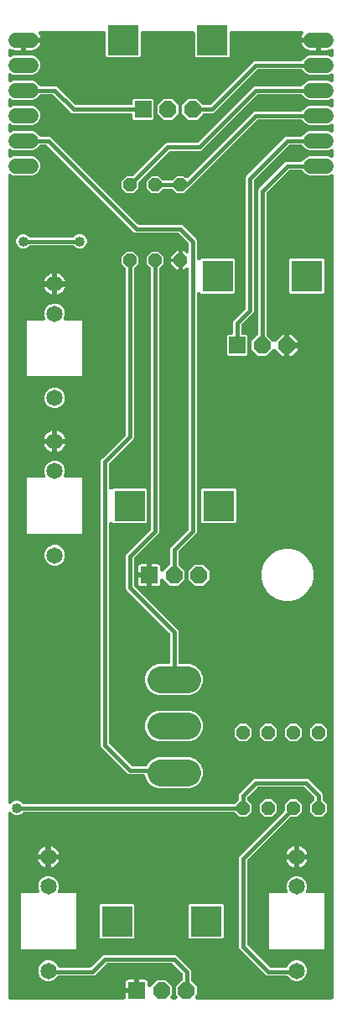
<source format=gbr>
G04 EAGLE Gerber RS-274X export*
G75*
%MOMM*%
%FSLAX34Y34*%
%LPD*%
%INTop Copper*%
%IPPOS*%
%AMOC8*
5,1,8,0,0,1.08239X$1,22.5*%
G01*
%ADD10R,1.676400X1.676400*%
%ADD11P,1.814519X8X292.500000*%
%ADD12R,3.116000X3.116000*%
%ADD13C,1.650000*%
%ADD14P,1.429621X8X112.500000*%
%ADD15P,1.429621X8X292.500000*%
%ADD16C,1.524000*%
%ADD17C,2.705100*%
%ADD18C,1.016000*%
%ADD19C,0.406400*%

G36*
X127164Y10163D02*
X127164Y10163D01*
X127182Y10161D01*
X127364Y10182D01*
X127547Y10201D01*
X127564Y10206D01*
X127581Y10208D01*
X127756Y10265D01*
X127932Y10319D01*
X127947Y10327D01*
X127964Y10333D01*
X128124Y10423D01*
X128286Y10511D01*
X128299Y10522D01*
X128315Y10531D01*
X128454Y10651D01*
X128595Y10768D01*
X128606Y10782D01*
X128620Y10794D01*
X128732Y10939D01*
X128847Y11082D01*
X128855Y11098D01*
X128866Y11112D01*
X128948Y11277D01*
X129033Y11439D01*
X129038Y11456D01*
X129046Y11472D01*
X129093Y11651D01*
X129144Y11826D01*
X129146Y11844D01*
X129150Y11861D01*
X129177Y12192D01*
X129177Y16151D01*
X139382Y16151D01*
X139400Y16152D01*
X139417Y16151D01*
X139600Y16172D01*
X139782Y16191D01*
X139799Y16196D01*
X139817Y16198D01*
X139992Y16255D01*
X140167Y16309D01*
X140183Y16317D01*
X140200Y16323D01*
X140360Y16413D01*
X140521Y16500D01*
X140535Y16512D01*
X140551Y16521D01*
X140690Y16641D01*
X140831Y16758D01*
X140842Y16772D01*
X140855Y16784D01*
X140968Y16929D01*
X141083Y17072D01*
X141091Y17088D01*
X141102Y17102D01*
X141184Y17267D01*
X141268Y17429D01*
X141273Y17446D01*
X141281Y17462D01*
X141329Y17641D01*
X141335Y17661D01*
X141428Y17691D01*
X141604Y17745D01*
X141619Y17753D01*
X141636Y17759D01*
X141796Y17849D01*
X141958Y17937D01*
X141971Y17948D01*
X141987Y17957D01*
X142126Y18077D01*
X142267Y18195D01*
X142278Y18208D01*
X142292Y18220D01*
X142404Y18365D01*
X142519Y18508D01*
X142527Y18524D01*
X142538Y18538D01*
X142620Y18703D01*
X142705Y18866D01*
X142710Y18883D01*
X142718Y18899D01*
X142765Y19077D01*
X142816Y19252D01*
X142818Y19270D01*
X142822Y19287D01*
X142849Y19618D01*
X142849Y29823D01*
X148817Y29823D01*
X149463Y29650D01*
X150042Y29315D01*
X150515Y28842D01*
X150850Y28263D01*
X151023Y27617D01*
X151023Y24455D01*
X151024Y24446D01*
X151023Y24437D01*
X151044Y24244D01*
X151063Y24055D01*
X151065Y24046D01*
X151066Y24037D01*
X151124Y23853D01*
X151181Y23670D01*
X151185Y23662D01*
X151188Y23653D01*
X151281Y23485D01*
X151373Y23316D01*
X151378Y23309D01*
X151383Y23301D01*
X151507Y23154D01*
X151630Y23006D01*
X151637Y23001D01*
X151643Y22994D01*
X151794Y22875D01*
X151944Y22754D01*
X151952Y22750D01*
X151959Y22744D01*
X152132Y22657D01*
X152301Y22569D01*
X152310Y22566D01*
X152318Y22562D01*
X152504Y22510D01*
X152688Y22457D01*
X152697Y22456D01*
X152706Y22454D01*
X152899Y22440D01*
X153090Y22424D01*
X153098Y22425D01*
X153107Y22425D01*
X153300Y22449D01*
X153489Y22471D01*
X153498Y22474D01*
X153507Y22475D01*
X153690Y22536D01*
X153872Y22596D01*
X153880Y22600D01*
X153888Y22603D01*
X154055Y22699D01*
X154223Y22794D01*
X154230Y22800D01*
X154237Y22804D01*
X154490Y23019D01*
X160786Y29315D01*
X169414Y29315D01*
X175515Y23214D01*
X175515Y14586D01*
X174557Y13628D01*
X174551Y13621D01*
X174544Y13616D01*
X174423Y13465D01*
X174302Y13317D01*
X174298Y13309D01*
X174292Y13302D01*
X174204Y13132D01*
X174113Y12961D01*
X174111Y12952D01*
X174107Y12945D01*
X174054Y12760D01*
X173998Y12575D01*
X173998Y12566D01*
X173995Y12558D01*
X173980Y12367D01*
X173962Y12174D01*
X173963Y12165D01*
X173962Y12156D01*
X173985Y11967D01*
X174005Y11774D01*
X174008Y11765D01*
X174009Y11757D01*
X174069Y11575D01*
X174127Y11390D01*
X174131Y11382D01*
X174134Y11374D01*
X174228Y11207D01*
X174322Y11038D01*
X174328Y11031D01*
X174332Y11023D01*
X174457Y10878D01*
X174582Y10731D01*
X174589Y10725D01*
X174595Y10718D01*
X174746Y10602D01*
X174898Y10481D01*
X174906Y10477D01*
X174913Y10472D01*
X175084Y10387D01*
X175257Y10299D01*
X175266Y10296D01*
X175274Y10292D01*
X175459Y10243D01*
X175645Y10191D01*
X175654Y10190D01*
X175663Y10188D01*
X175993Y10161D01*
X179207Y10161D01*
X179216Y10162D01*
X179225Y10161D01*
X179416Y10182D01*
X179607Y10201D01*
X179616Y10203D01*
X179625Y10204D01*
X179807Y10262D01*
X179992Y10319D01*
X180000Y10323D01*
X180009Y10326D01*
X180177Y10419D01*
X180346Y10511D01*
X180353Y10516D01*
X180361Y10521D01*
X180509Y10646D01*
X180656Y10768D01*
X180661Y10775D01*
X180668Y10781D01*
X180788Y10933D01*
X180908Y11082D01*
X180912Y11090D01*
X180918Y11097D01*
X181005Y11269D01*
X181093Y11439D01*
X181096Y11448D01*
X181100Y11456D01*
X181152Y11642D01*
X181205Y11826D01*
X181206Y11835D01*
X181208Y11844D01*
X181222Y12036D01*
X181238Y12228D01*
X181237Y12236D01*
X181237Y12245D01*
X181213Y12438D01*
X181191Y12627D01*
X181188Y12636D01*
X181187Y12645D01*
X181126Y12828D01*
X181066Y13010D01*
X181062Y13018D01*
X181059Y13026D01*
X180963Y13192D01*
X180868Y13361D01*
X180862Y13368D01*
X180858Y13375D01*
X180643Y13628D01*
X179685Y14586D01*
X179685Y23214D01*
X185840Y29369D01*
X185857Y29390D01*
X185878Y29407D01*
X185985Y29545D01*
X186095Y29680D01*
X186108Y29704D01*
X186124Y29725D01*
X186202Y29882D01*
X186284Y30036D01*
X186292Y30062D01*
X186304Y30086D01*
X186349Y30255D01*
X186399Y30422D01*
X186401Y30449D01*
X186408Y30475D01*
X186435Y30805D01*
X186435Y35575D01*
X186433Y35602D01*
X186435Y35628D01*
X186413Y35802D01*
X186395Y35976D01*
X186388Y36001D01*
X186384Y36028D01*
X186329Y36193D01*
X186277Y36360D01*
X186264Y36384D01*
X186256Y36409D01*
X186169Y36561D01*
X186085Y36715D01*
X186068Y36735D01*
X186055Y36758D01*
X185840Y37011D01*
X176711Y46140D01*
X176696Y46153D01*
X176685Y46165D01*
X176680Y46169D01*
X176673Y46178D01*
X176535Y46285D01*
X176400Y46395D01*
X176376Y46408D01*
X176355Y46424D01*
X176198Y46502D01*
X176044Y46584D01*
X176019Y46592D01*
X175994Y46604D01*
X175825Y46649D01*
X175658Y46699D01*
X175632Y46701D01*
X175606Y46708D01*
X175275Y46735D01*
X110475Y46735D01*
X110448Y46733D01*
X110422Y46735D01*
X110248Y46713D01*
X110074Y46695D01*
X110049Y46688D01*
X110022Y46684D01*
X109857Y46629D01*
X109690Y46577D01*
X109666Y46564D01*
X109641Y46556D01*
X109489Y46469D01*
X109335Y46385D01*
X109315Y46368D01*
X109292Y46355D01*
X109039Y46140D01*
X97552Y34654D01*
X96059Y34035D01*
X61272Y34035D01*
X61250Y34033D01*
X61227Y34035D01*
X61050Y34013D01*
X60872Y33995D01*
X60850Y33989D01*
X60828Y33986D01*
X60658Y33930D01*
X60487Y33877D01*
X60467Y33866D01*
X60445Y33859D01*
X60290Y33771D01*
X60133Y33685D01*
X60115Y33671D01*
X60096Y33660D01*
X59961Y33542D01*
X59823Y33428D01*
X59809Y33410D01*
X59792Y33395D01*
X59683Y33253D01*
X59633Y33191D01*
X56625Y30183D01*
X52845Y28617D01*
X48755Y28617D01*
X44975Y30183D01*
X42083Y33075D01*
X40517Y36855D01*
X40517Y40945D01*
X42083Y44725D01*
X44975Y47617D01*
X48755Y49183D01*
X52845Y49183D01*
X56625Y47617D01*
X59517Y44725D01*
X60058Y43419D01*
X60069Y43399D01*
X60076Y43378D01*
X60164Y43222D01*
X60248Y43064D01*
X60263Y43047D01*
X60274Y43027D01*
X60391Y42892D01*
X60505Y42753D01*
X60522Y42739D01*
X60537Y42722D01*
X60678Y42613D01*
X60817Y42500D01*
X60837Y42489D01*
X60855Y42476D01*
X61016Y42396D01*
X61174Y42313D01*
X61195Y42306D01*
X61215Y42296D01*
X61389Y42250D01*
X61560Y42200D01*
X61583Y42198D01*
X61604Y42192D01*
X61935Y42165D01*
X92725Y42165D01*
X92752Y42167D01*
X92778Y42165D01*
X92952Y42187D01*
X93126Y42205D01*
X93151Y42212D01*
X93178Y42216D01*
X93343Y42271D01*
X93510Y42323D01*
X93534Y42336D01*
X93559Y42344D01*
X93711Y42431D01*
X93865Y42515D01*
X93885Y42532D01*
X93908Y42545D01*
X94161Y42760D01*
X105648Y54246D01*
X107141Y54865D01*
X178609Y54865D01*
X180102Y54246D01*
X193946Y40402D01*
X194565Y38909D01*
X194565Y30005D01*
X194567Y29979D01*
X194565Y29952D01*
X194587Y29778D01*
X194605Y29605D01*
X194612Y29579D01*
X194616Y29552D01*
X194672Y29387D01*
X194723Y29220D01*
X194736Y29196D01*
X194744Y29171D01*
X194831Y29019D01*
X194915Y28866D01*
X194932Y28845D01*
X194945Y28822D01*
X195160Y28569D01*
X200515Y23214D01*
X200515Y14586D01*
X199557Y13628D01*
X199551Y13621D01*
X199544Y13616D01*
X199423Y13465D01*
X199302Y13317D01*
X199298Y13309D01*
X199292Y13302D01*
X199204Y13132D01*
X199113Y12961D01*
X199111Y12952D01*
X199107Y12945D01*
X199054Y12760D01*
X198998Y12575D01*
X198998Y12566D01*
X198995Y12558D01*
X198980Y12367D01*
X198962Y12174D01*
X198963Y12165D01*
X198962Y12156D01*
X198985Y11967D01*
X199005Y11774D01*
X199008Y11765D01*
X199009Y11757D01*
X199069Y11575D01*
X199127Y11390D01*
X199131Y11382D01*
X199134Y11374D01*
X199228Y11207D01*
X199322Y11038D01*
X199328Y11031D01*
X199332Y11023D01*
X199457Y10878D01*
X199582Y10731D01*
X199589Y10725D01*
X199595Y10718D01*
X199746Y10602D01*
X199898Y10481D01*
X199906Y10477D01*
X199913Y10472D01*
X200084Y10387D01*
X200257Y10299D01*
X200266Y10296D01*
X200274Y10292D01*
X200459Y10243D01*
X200645Y10191D01*
X200654Y10190D01*
X200663Y10188D01*
X200993Y10161D01*
X337058Y10161D01*
X337076Y10163D01*
X337094Y10161D01*
X337276Y10182D01*
X337459Y10201D01*
X337476Y10206D01*
X337493Y10208D01*
X337668Y10265D01*
X337844Y10319D01*
X337859Y10327D01*
X337876Y10333D01*
X338036Y10423D01*
X338198Y10511D01*
X338211Y10522D01*
X338227Y10531D01*
X338366Y10651D01*
X338507Y10768D01*
X338518Y10782D01*
X338532Y10794D01*
X338644Y10939D01*
X338759Y11082D01*
X338767Y11098D01*
X338778Y11112D01*
X338860Y11277D01*
X338945Y11439D01*
X338950Y11456D01*
X338958Y11472D01*
X339005Y11651D01*
X339056Y11826D01*
X339058Y11844D01*
X339062Y11861D01*
X339089Y12192D01*
X339089Y840568D01*
X339088Y840581D01*
X339089Y840595D01*
X339068Y840781D01*
X339049Y840969D01*
X339045Y840981D01*
X339044Y840995D01*
X338986Y841174D01*
X338931Y841354D01*
X338925Y841365D01*
X338921Y841378D01*
X338829Y841543D01*
X338739Y841708D01*
X338731Y841718D01*
X338724Y841730D01*
X338602Y841872D01*
X338482Y842017D01*
X338471Y842025D01*
X338463Y842035D01*
X338315Y842151D01*
X338168Y842269D01*
X338156Y842275D01*
X338146Y842284D01*
X337977Y842368D01*
X337811Y842455D01*
X337798Y842458D01*
X337786Y842464D01*
X337605Y842514D01*
X337424Y842566D01*
X337410Y842567D01*
X337397Y842571D01*
X337209Y842584D01*
X337022Y842599D01*
X337009Y842597D01*
X336996Y842598D01*
X336808Y842574D01*
X336623Y842552D01*
X336610Y842548D01*
X336597Y842546D01*
X336281Y842445D01*
X333390Y841247D01*
X314310Y841247D01*
X310762Y842717D01*
X308047Y845432D01*
X307985Y845581D01*
X307975Y845601D01*
X307968Y845622D01*
X307879Y845778D01*
X307795Y845936D01*
X307781Y845953D01*
X307770Y845973D01*
X307653Y846108D01*
X307538Y846247D01*
X307521Y846261D01*
X307507Y846278D01*
X307365Y846387D01*
X307226Y846500D01*
X307206Y846511D01*
X307188Y846524D01*
X307028Y846604D01*
X306869Y846687D01*
X306848Y846694D01*
X306828Y846704D01*
X306655Y846750D01*
X306483Y846800D01*
X306461Y846802D01*
X306439Y846808D01*
X306108Y846835D01*
X294625Y846835D01*
X294598Y846833D01*
X294572Y846835D01*
X294398Y846813D01*
X294224Y846795D01*
X294199Y846788D01*
X294172Y846784D01*
X294007Y846729D01*
X293839Y846677D01*
X293816Y846664D01*
X293791Y846656D01*
X293639Y846569D01*
X293485Y846485D01*
X293465Y846468D01*
X293442Y846455D01*
X293189Y846240D01*
X271360Y824411D01*
X271343Y824391D01*
X271322Y824373D01*
X271215Y824235D01*
X271105Y824100D01*
X271092Y824076D01*
X271076Y824055D01*
X270998Y823898D01*
X270916Y823744D01*
X270908Y823719D01*
X270896Y823694D01*
X270851Y823525D01*
X270801Y823358D01*
X270799Y823332D01*
X270792Y823306D01*
X270765Y822975D01*
X270765Y681280D01*
X270767Y681254D01*
X270765Y681227D01*
X270787Y681053D01*
X270805Y680880D01*
X270812Y680854D01*
X270816Y680828D01*
X270871Y680662D01*
X270923Y680495D01*
X270936Y680471D01*
X270944Y680446D01*
X271031Y680295D01*
X271115Y680141D01*
X271132Y680120D01*
X271145Y680097D01*
X271360Y679844D01*
X277404Y673799D01*
X277418Y673788D01*
X277430Y673774D01*
X277574Y673661D01*
X277716Y673544D01*
X277732Y673536D01*
X277746Y673525D01*
X277910Y673441D01*
X278072Y673355D01*
X278089Y673350D01*
X278105Y673342D01*
X278282Y673293D01*
X278458Y673241D01*
X278475Y673239D01*
X278493Y673234D01*
X278676Y673221D01*
X278859Y673204D01*
X278876Y673206D01*
X278894Y673205D01*
X279076Y673228D01*
X279259Y673248D01*
X279276Y673253D01*
X279294Y673255D01*
X279467Y673314D01*
X279643Y673369D01*
X279658Y673378D01*
X279675Y673384D01*
X279835Y673475D01*
X279995Y673564D01*
X280009Y673575D01*
X280024Y673584D01*
X280277Y673799D01*
X287176Y680698D01*
X288951Y680698D01*
X288951Y670493D01*
X288952Y670475D01*
X288951Y670458D01*
X288972Y670275D01*
X288991Y670093D01*
X288996Y670076D01*
X288998Y670058D01*
X289055Y669883D01*
X289086Y669783D01*
X289082Y669776D01*
X289034Y669598D01*
X288984Y669423D01*
X288982Y669405D01*
X288978Y669388D01*
X288951Y669057D01*
X288951Y658852D01*
X287176Y658852D01*
X280277Y665751D01*
X280263Y665762D01*
X280252Y665776D01*
X280109Y665889D01*
X279966Y666006D01*
X279950Y666014D01*
X279936Y666025D01*
X279772Y666109D01*
X279610Y666195D01*
X279593Y666200D01*
X279577Y666208D01*
X279400Y666257D01*
X279224Y666309D01*
X279206Y666311D01*
X279189Y666316D01*
X279006Y666329D01*
X278823Y666346D01*
X278805Y666344D01*
X278787Y666345D01*
X278605Y666322D01*
X278423Y666302D01*
X278406Y666297D01*
X278388Y666295D01*
X278214Y666236D01*
X278039Y666181D01*
X278023Y666172D01*
X278006Y666166D01*
X277847Y666075D01*
X277687Y665986D01*
X277673Y665975D01*
X277657Y665966D01*
X277404Y665751D01*
X271014Y659360D01*
X262386Y659360D01*
X256285Y665461D01*
X256285Y674089D01*
X262040Y679844D01*
X262057Y679865D01*
X262078Y679882D01*
X262185Y680020D01*
X262295Y680155D01*
X262308Y680179D01*
X262324Y680200D01*
X262402Y680357D01*
X262484Y680511D01*
X262492Y680537D01*
X262504Y680561D01*
X262549Y680730D01*
X262599Y680897D01*
X262601Y680924D01*
X262608Y680950D01*
X262635Y681280D01*
X262635Y826309D01*
X263254Y827802D01*
X264683Y829231D01*
X264683Y829232D01*
X288368Y852917D01*
X288369Y852917D01*
X289798Y854346D01*
X291291Y854965D01*
X306108Y854965D01*
X306131Y854967D01*
X306153Y854965D01*
X306330Y854987D01*
X306509Y855005D01*
X306530Y855011D01*
X306553Y855014D01*
X306722Y855070D01*
X306894Y855123D01*
X306914Y855133D01*
X306935Y855140D01*
X307090Y855229D01*
X307248Y855315D01*
X307265Y855329D01*
X307284Y855340D01*
X307419Y855457D01*
X307557Y855572D01*
X307571Y855590D01*
X307588Y855604D01*
X307697Y855746D01*
X307810Y855886D01*
X307820Y855906D01*
X307833Y855924D01*
X307985Y856219D01*
X308047Y856368D01*
X310762Y859083D01*
X311482Y859381D01*
X314310Y860553D01*
X333390Y860553D01*
X336281Y859355D01*
X336294Y859351D01*
X336305Y859345D01*
X336485Y859294D01*
X336666Y859239D01*
X336679Y859238D01*
X336692Y859234D01*
X336880Y859219D01*
X337067Y859201D01*
X337080Y859202D01*
X337094Y859201D01*
X337280Y859223D01*
X337467Y859242D01*
X337480Y859246D01*
X337493Y859248D01*
X337672Y859306D01*
X337852Y859362D01*
X337863Y859369D01*
X337876Y859373D01*
X338041Y859466D01*
X338205Y859556D01*
X338215Y859564D01*
X338227Y859571D01*
X338369Y859694D01*
X338513Y859815D01*
X338521Y859825D01*
X338532Y859834D01*
X338647Y859982D01*
X338764Y860130D01*
X338770Y860141D01*
X338778Y860152D01*
X338862Y860321D01*
X338948Y860488D01*
X338952Y860500D01*
X338958Y860513D01*
X339007Y860695D01*
X339058Y860875D01*
X339059Y860888D01*
X339062Y860901D01*
X339089Y861232D01*
X339089Y865968D01*
X339088Y865981D01*
X339089Y865995D01*
X339068Y866181D01*
X339049Y866369D01*
X339045Y866381D01*
X339044Y866395D01*
X338986Y866574D01*
X338931Y866754D01*
X338925Y866765D01*
X338921Y866778D01*
X338829Y866943D01*
X338739Y867108D01*
X338731Y867118D01*
X338724Y867130D01*
X338602Y867272D01*
X338482Y867417D01*
X338471Y867425D01*
X338463Y867435D01*
X338315Y867551D01*
X338168Y867669D01*
X338156Y867675D01*
X338146Y867684D01*
X337977Y867768D01*
X337811Y867855D01*
X337798Y867858D01*
X337786Y867864D01*
X337605Y867914D01*
X337424Y867966D01*
X337410Y867967D01*
X337397Y867971D01*
X337209Y867984D01*
X337022Y867999D01*
X337009Y867997D01*
X336996Y867998D01*
X336808Y867974D01*
X336623Y867952D01*
X336610Y867948D01*
X336597Y867946D01*
X336281Y867845D01*
X333390Y866647D01*
X314310Y866647D01*
X310762Y868117D01*
X308047Y870832D01*
X307985Y870981D01*
X307975Y871001D01*
X307968Y871022D01*
X307879Y871178D01*
X307795Y871336D01*
X307781Y871353D01*
X307770Y871373D01*
X307653Y871508D01*
X307538Y871647D01*
X307521Y871661D01*
X307507Y871678D01*
X307365Y871787D01*
X307226Y871900D01*
X307206Y871911D01*
X307188Y871924D01*
X307028Y872004D01*
X306869Y872087D01*
X306848Y872094D01*
X306828Y872104D01*
X306655Y872150D01*
X306483Y872200D01*
X306461Y872202D01*
X306439Y872208D01*
X306108Y872235D01*
X294625Y872235D01*
X294598Y872233D01*
X294572Y872235D01*
X294398Y872213D01*
X294224Y872195D01*
X294199Y872188D01*
X294172Y872184D01*
X294007Y872129D01*
X293840Y872077D01*
X293816Y872064D01*
X293791Y872056D01*
X293639Y871968D01*
X293485Y871885D01*
X293465Y871868D01*
X293442Y871855D01*
X293189Y871640D01*
X258660Y837111D01*
X258643Y837091D01*
X258622Y837073D01*
X258515Y836935D01*
X258405Y836800D01*
X258392Y836776D01*
X258376Y836755D01*
X258298Y836598D01*
X258216Y836444D01*
X258208Y836419D01*
X258196Y836394D01*
X258151Y836225D01*
X258101Y836058D01*
X258099Y836032D01*
X258092Y836006D01*
X258065Y835675D01*
X258065Y704041D01*
X257446Y702548D01*
X245960Y691061D01*
X245943Y691041D01*
X245922Y691023D01*
X245815Y690885D01*
X245705Y690750D01*
X245692Y690726D01*
X245676Y690705D01*
X245598Y690548D01*
X245516Y690394D01*
X245508Y690369D01*
X245496Y690344D01*
X245451Y690175D01*
X245401Y690008D01*
X245399Y689982D01*
X245392Y689956D01*
X245365Y689625D01*
X245365Y682221D01*
X245367Y682203D01*
X245365Y682185D01*
X245386Y682003D01*
X245405Y681820D01*
X245410Y681803D01*
X245412Y681786D01*
X245469Y681611D01*
X245523Y681435D01*
X245531Y681420D01*
X245537Y681403D01*
X245627Y681243D01*
X245715Y681081D01*
X245726Y681068D01*
X245735Y681052D01*
X245855Y680913D01*
X245972Y680772D01*
X245986Y680761D01*
X245998Y680747D01*
X246143Y680635D01*
X246286Y680520D01*
X246302Y680512D01*
X246316Y680501D01*
X246481Y680419D01*
X246643Y680334D01*
X246660Y680329D01*
X246676Y680321D01*
X246855Y680274D01*
X247030Y680223D01*
X247048Y680221D01*
X247065Y680217D01*
X247396Y680190D01*
X250924Y680190D01*
X252115Y678999D01*
X252115Y660551D01*
X250924Y659360D01*
X232476Y659360D01*
X231285Y660551D01*
X231285Y678999D01*
X232476Y680190D01*
X235204Y680190D01*
X235222Y680192D01*
X235240Y680190D01*
X235422Y680211D01*
X235605Y680230D01*
X235622Y680235D01*
X235639Y680237D01*
X235814Y680294D01*
X235990Y680348D01*
X236005Y680356D01*
X236022Y680362D01*
X236182Y680452D01*
X236344Y680540D01*
X236357Y680551D01*
X236373Y680560D01*
X236512Y680680D01*
X236653Y680797D01*
X236664Y680811D01*
X236678Y680823D01*
X236790Y680968D01*
X236905Y681111D01*
X236913Y681127D01*
X236924Y681141D01*
X237006Y681306D01*
X237091Y681468D01*
X237096Y681485D01*
X237104Y681501D01*
X237151Y681680D01*
X237202Y681855D01*
X237204Y681873D01*
X237208Y681890D01*
X237235Y682221D01*
X237235Y692959D01*
X237854Y694452D01*
X249340Y705939D01*
X249357Y705959D01*
X249378Y705977D01*
X249485Y706115D01*
X249595Y706250D01*
X249608Y706274D01*
X249624Y706295D01*
X249702Y706452D01*
X249784Y706606D01*
X249792Y706631D01*
X249804Y706656D01*
X249849Y706825D01*
X249899Y706992D01*
X249901Y707018D01*
X249908Y707044D01*
X249935Y707375D01*
X249935Y839009D01*
X250554Y840502D01*
X289798Y879746D01*
X291291Y880365D01*
X306108Y880365D01*
X306131Y880367D01*
X306153Y880365D01*
X306330Y880387D01*
X306509Y880405D01*
X306530Y880411D01*
X306553Y880414D01*
X306722Y880470D01*
X306894Y880523D01*
X306914Y880533D01*
X306935Y880540D01*
X307090Y880629D01*
X307248Y880715D01*
X307265Y880729D01*
X307284Y880740D01*
X307419Y880857D01*
X307557Y880972D01*
X307571Y880990D01*
X307588Y881004D01*
X307697Y881146D01*
X307810Y881286D01*
X307820Y881306D01*
X307833Y881324D01*
X307985Y881619D01*
X308047Y881768D01*
X310762Y884483D01*
X314310Y885953D01*
X333390Y885953D01*
X336281Y884755D01*
X336294Y884751D01*
X336305Y884745D01*
X336485Y884694D01*
X336666Y884639D01*
X336679Y884638D01*
X336692Y884634D01*
X336880Y884619D01*
X337067Y884601D01*
X337080Y884602D01*
X337094Y884601D01*
X337280Y884623D01*
X337467Y884642D01*
X337480Y884646D01*
X337493Y884648D01*
X337672Y884706D01*
X337852Y884762D01*
X337863Y884769D01*
X337876Y884773D01*
X338041Y884866D01*
X338205Y884956D01*
X338215Y884964D01*
X338227Y884971D01*
X338369Y885094D01*
X338513Y885215D01*
X338521Y885225D01*
X338532Y885234D01*
X338647Y885382D01*
X338764Y885530D01*
X338770Y885541D01*
X338778Y885552D01*
X338862Y885721D01*
X338948Y885888D01*
X338952Y885900D01*
X338958Y885913D01*
X339007Y886095D01*
X339058Y886275D01*
X339059Y886288D01*
X339062Y886301D01*
X339089Y886632D01*
X339089Y891368D01*
X339088Y891381D01*
X339089Y891395D01*
X339068Y891581D01*
X339049Y891769D01*
X339045Y891781D01*
X339044Y891795D01*
X338986Y891974D01*
X338931Y892154D01*
X338925Y892165D01*
X338921Y892178D01*
X338829Y892343D01*
X338739Y892508D01*
X338731Y892518D01*
X338724Y892530D01*
X338602Y892672D01*
X338482Y892817D01*
X338471Y892825D01*
X338463Y892835D01*
X338315Y892951D01*
X338168Y893069D01*
X338156Y893075D01*
X338146Y893084D01*
X337977Y893168D01*
X337811Y893255D01*
X337798Y893258D01*
X337786Y893264D01*
X337605Y893314D01*
X337424Y893366D01*
X337410Y893367D01*
X337397Y893371D01*
X337209Y893384D01*
X337022Y893399D01*
X337009Y893397D01*
X336996Y893398D01*
X336808Y893374D01*
X336623Y893352D01*
X336610Y893348D01*
X336597Y893346D01*
X336281Y893245D01*
X333390Y892047D01*
X314310Y892047D01*
X310762Y893517D01*
X308047Y896232D01*
X307985Y896381D01*
X307975Y896401D01*
X307968Y896422D01*
X307879Y896578D01*
X307795Y896736D01*
X307781Y896753D01*
X307770Y896773D01*
X307653Y896908D01*
X307538Y897047D01*
X307521Y897061D01*
X307507Y897078D01*
X307365Y897187D01*
X307226Y897300D01*
X307206Y897311D01*
X307188Y897324D01*
X307028Y897404D01*
X306869Y897487D01*
X306848Y897494D01*
X306828Y897504D01*
X306655Y897550D01*
X306483Y897600D01*
X306461Y897602D01*
X306439Y897608D01*
X306108Y897635D01*
X262875Y897635D01*
X262848Y897633D01*
X262822Y897635D01*
X262648Y897613D01*
X262474Y897595D01*
X262449Y897588D01*
X262422Y897584D01*
X262257Y897529D01*
X262090Y897477D01*
X262066Y897464D01*
X262041Y897456D01*
X261889Y897369D01*
X261735Y897285D01*
X261715Y897268D01*
X261692Y897255D01*
X261439Y897040D01*
X193382Y828983D01*
X193365Y828963D01*
X193344Y828945D01*
X193237Y828807D01*
X193127Y828672D01*
X193114Y828648D01*
X193098Y828627D01*
X193055Y828540D01*
X187727Y823213D01*
X180573Y823213D01*
X176596Y827190D01*
X176575Y827207D01*
X176557Y827228D01*
X176419Y827335D01*
X176284Y827445D01*
X176260Y827458D01*
X176239Y827474D01*
X176083Y827552D01*
X175928Y827634D01*
X175903Y827642D01*
X175879Y827654D01*
X175709Y827699D01*
X175542Y827749D01*
X175516Y827751D01*
X175490Y827758D01*
X175159Y827785D01*
X167741Y827785D01*
X167714Y827783D01*
X167687Y827785D01*
X167514Y827763D01*
X167340Y827745D01*
X167315Y827738D01*
X167288Y827734D01*
X167122Y827678D01*
X166955Y827627D01*
X166932Y827614D01*
X166906Y827606D01*
X166755Y827519D01*
X166601Y827435D01*
X166581Y827418D01*
X166557Y827405D01*
X166304Y827190D01*
X162327Y823213D01*
X155173Y823213D01*
X150113Y828273D01*
X150113Y835427D01*
X155173Y840487D01*
X162327Y840487D01*
X166304Y836510D01*
X166325Y836493D01*
X166343Y836472D01*
X166481Y836365D01*
X166616Y836255D01*
X166640Y836242D01*
X166661Y836226D01*
X166817Y836148D01*
X166972Y836066D01*
X166997Y836058D01*
X167021Y836046D01*
X167191Y836001D01*
X167358Y835951D01*
X167384Y835949D01*
X167410Y835942D01*
X167741Y835915D01*
X175159Y835915D01*
X175186Y835917D01*
X175213Y835915D01*
X175386Y835937D01*
X175560Y835955D01*
X175585Y835962D01*
X175612Y835966D01*
X175778Y836022D01*
X175945Y836073D01*
X175968Y836086D01*
X175994Y836094D01*
X176145Y836181D01*
X176299Y836265D01*
X176319Y836282D01*
X176343Y836295D01*
X176596Y836510D01*
X180573Y840487D01*
X187727Y840487D01*
X189122Y839093D01*
X189135Y839081D01*
X189147Y839068D01*
X189291Y838954D01*
X189433Y838838D01*
X189449Y838829D01*
X189463Y838818D01*
X189627Y838735D01*
X189789Y838649D01*
X189806Y838644D01*
X189822Y838636D01*
X189999Y838586D01*
X190175Y838534D01*
X190192Y838532D01*
X190210Y838528D01*
X190393Y838514D01*
X190576Y838498D01*
X190593Y838500D01*
X190611Y838498D01*
X190793Y838521D01*
X190976Y838541D01*
X190993Y838547D01*
X191011Y838549D01*
X191184Y838607D01*
X191360Y838663D01*
X191375Y838671D01*
X191392Y838677D01*
X191551Y838768D01*
X191712Y838857D01*
X191726Y838869D01*
X191741Y838878D01*
X191994Y839093D01*
X258048Y905146D01*
X259541Y905765D01*
X306108Y905765D01*
X306131Y905767D01*
X306153Y905765D01*
X306330Y905787D01*
X306509Y905805D01*
X306530Y905811D01*
X306553Y905814D01*
X306722Y905870D01*
X306894Y905923D01*
X306914Y905933D01*
X306935Y905940D01*
X307090Y906029D01*
X307248Y906115D01*
X307265Y906129D01*
X307284Y906140D01*
X307419Y906257D01*
X307557Y906372D01*
X307571Y906390D01*
X307588Y906404D01*
X307697Y906546D01*
X307810Y906686D01*
X307820Y906706D01*
X307833Y906724D01*
X307985Y907019D01*
X308047Y907168D01*
X310762Y909883D01*
X314310Y911353D01*
X333390Y911353D01*
X336281Y910155D01*
X336294Y910151D01*
X336305Y910145D01*
X336319Y910141D01*
X336330Y910136D01*
X336448Y910104D01*
X336485Y910094D01*
X336666Y910039D01*
X336679Y910038D01*
X336692Y910034D01*
X336717Y910032D01*
X336718Y910032D01*
X336898Y910017D01*
X337067Y910001D01*
X337080Y910002D01*
X337094Y910001D01*
X337280Y910023D01*
X337467Y910042D01*
X337480Y910046D01*
X337493Y910048D01*
X337672Y910106D01*
X337852Y910162D01*
X337863Y910169D01*
X337876Y910173D01*
X338041Y910266D01*
X338205Y910356D01*
X338215Y910364D01*
X338227Y910371D01*
X338369Y910494D01*
X338513Y910615D01*
X338521Y910625D01*
X338532Y910634D01*
X338647Y910782D01*
X338764Y910930D01*
X338770Y910941D01*
X338778Y910952D01*
X338862Y911121D01*
X338948Y911288D01*
X338952Y911300D01*
X338958Y911313D01*
X339007Y911495D01*
X339058Y911675D01*
X339059Y911688D01*
X339062Y911701D01*
X339089Y912032D01*
X339089Y916768D01*
X339088Y916781D01*
X339089Y916795D01*
X339068Y916981D01*
X339049Y917169D01*
X339045Y917181D01*
X339044Y917195D01*
X338986Y917374D01*
X338931Y917554D01*
X338925Y917565D01*
X338921Y917578D01*
X338829Y917743D01*
X338739Y917908D01*
X338731Y917918D01*
X338724Y917930D01*
X338602Y918072D01*
X338482Y918217D01*
X338471Y918225D01*
X338463Y918235D01*
X338315Y918351D01*
X338168Y918469D01*
X338156Y918475D01*
X338146Y918484D01*
X337977Y918568D01*
X337811Y918655D01*
X337798Y918658D01*
X337786Y918664D01*
X337605Y918714D01*
X337424Y918766D01*
X337410Y918767D01*
X337397Y918771D01*
X337209Y918784D01*
X337022Y918799D01*
X337009Y918797D01*
X336996Y918798D01*
X336808Y918774D01*
X336623Y918752D01*
X336610Y918748D01*
X336597Y918746D01*
X336281Y918645D01*
X333390Y917447D01*
X314310Y917447D01*
X310762Y918917D01*
X308047Y921632D01*
X307985Y921781D01*
X307975Y921801D01*
X307968Y921822D01*
X307879Y921978D01*
X307795Y922136D01*
X307781Y922153D01*
X307770Y922173D01*
X307653Y922308D01*
X307538Y922447D01*
X307521Y922461D01*
X307507Y922478D01*
X307365Y922587D01*
X307226Y922700D01*
X307206Y922711D01*
X307188Y922724D01*
X307028Y922804D01*
X306869Y922887D01*
X306848Y922894D01*
X306828Y922904D01*
X306655Y922950D01*
X306483Y923000D01*
X306461Y923002D01*
X306439Y923008D01*
X306108Y923035D01*
X262875Y923035D01*
X262848Y923033D01*
X262822Y923035D01*
X262648Y923013D01*
X262474Y922995D01*
X262449Y922988D01*
X262422Y922984D01*
X262257Y922929D01*
X262090Y922877D01*
X262066Y922864D01*
X262041Y922856D01*
X261889Y922769D01*
X261735Y922685D01*
X261715Y922668D01*
X261692Y922655D01*
X261439Y922440D01*
X205502Y866504D01*
X204009Y865885D01*
X173975Y865885D01*
X173948Y865883D01*
X173922Y865885D01*
X173748Y865863D01*
X173574Y865845D01*
X173549Y865838D01*
X173522Y865834D01*
X173357Y865779D01*
X173190Y865727D01*
X173166Y865714D01*
X173141Y865706D01*
X172989Y865619D01*
X172835Y865535D01*
X172815Y865518D01*
X172792Y865505D01*
X172539Y865290D01*
X142582Y835333D01*
X142565Y835313D01*
X142544Y835295D01*
X142437Y835157D01*
X142327Y835022D01*
X142314Y834998D01*
X142298Y834977D01*
X142220Y834820D01*
X142138Y834666D01*
X142130Y834641D01*
X142118Y834616D01*
X142073Y834447D01*
X142023Y834280D01*
X142021Y834254D01*
X142014Y834228D01*
X141987Y833897D01*
X141987Y828273D01*
X136927Y823213D01*
X129773Y823213D01*
X124713Y828273D01*
X124713Y835427D01*
X129773Y840487D01*
X135397Y840487D01*
X135424Y840489D01*
X135450Y840487D01*
X135624Y840509D01*
X135798Y840527D01*
X135823Y840534D01*
X135850Y840538D01*
X136015Y840593D01*
X136182Y840645D01*
X136206Y840658D01*
X136231Y840666D01*
X136383Y840753D01*
X136537Y840837D01*
X136557Y840854D01*
X136580Y840867D01*
X136833Y841082D01*
X169148Y873396D01*
X170641Y874015D01*
X200675Y874015D01*
X200702Y874017D01*
X200728Y874015D01*
X200902Y874037D01*
X201076Y874055D01*
X201101Y874062D01*
X201128Y874066D01*
X201293Y874121D01*
X201460Y874173D01*
X201484Y874186D01*
X201509Y874194D01*
X201661Y874281D01*
X201815Y874365D01*
X201835Y874382D01*
X201858Y874395D01*
X202111Y874610D01*
X258048Y930546D01*
X259541Y931165D01*
X306108Y931165D01*
X306131Y931167D01*
X306153Y931165D01*
X306330Y931187D01*
X306509Y931205D01*
X306530Y931211D01*
X306553Y931214D01*
X306722Y931270D01*
X306894Y931323D01*
X306914Y931333D01*
X306935Y931340D01*
X307090Y931429D01*
X307248Y931515D01*
X307265Y931529D01*
X307284Y931540D01*
X307419Y931657D01*
X307557Y931772D01*
X307571Y931790D01*
X307588Y931804D01*
X307697Y931946D01*
X307810Y932086D01*
X307820Y932106D01*
X307833Y932124D01*
X307985Y932419D01*
X308047Y932568D01*
X310762Y935283D01*
X314310Y936753D01*
X333390Y936753D01*
X336281Y935555D01*
X336294Y935551D01*
X336305Y935545D01*
X336485Y935494D01*
X336666Y935439D01*
X336679Y935438D01*
X336692Y935434D01*
X336880Y935419D01*
X337067Y935401D01*
X337080Y935402D01*
X337094Y935401D01*
X337280Y935423D01*
X337467Y935442D01*
X337480Y935446D01*
X337493Y935448D01*
X337672Y935506D01*
X337852Y935562D01*
X337863Y935569D01*
X337876Y935573D01*
X338041Y935666D01*
X338205Y935756D01*
X338215Y935764D01*
X338227Y935771D01*
X338369Y935894D01*
X338513Y936015D01*
X338521Y936025D01*
X338532Y936034D01*
X338647Y936182D01*
X338764Y936330D01*
X338770Y936341D01*
X338778Y936352D01*
X338862Y936521D01*
X338948Y936688D01*
X338952Y936700D01*
X338958Y936713D01*
X339007Y936895D01*
X339058Y937075D01*
X339059Y937088D01*
X339062Y937101D01*
X339089Y937432D01*
X339089Y942168D01*
X339088Y942181D01*
X339089Y942195D01*
X339068Y942381D01*
X339049Y942569D01*
X339045Y942581D01*
X339044Y942595D01*
X338986Y942774D01*
X338931Y942954D01*
X338925Y942965D01*
X338921Y942978D01*
X338829Y943143D01*
X338739Y943308D01*
X338731Y943318D01*
X338724Y943330D01*
X338602Y943472D01*
X338482Y943617D01*
X338471Y943625D01*
X338463Y943635D01*
X338315Y943751D01*
X338168Y943869D01*
X338156Y943875D01*
X338146Y943884D01*
X337977Y943968D01*
X337811Y944055D01*
X337798Y944058D01*
X337786Y944064D01*
X337605Y944114D01*
X337424Y944166D01*
X337410Y944167D01*
X337397Y944171D01*
X337209Y944184D01*
X337022Y944199D01*
X337009Y944197D01*
X336996Y944198D01*
X336808Y944174D01*
X336623Y944152D01*
X336610Y944148D01*
X336597Y944146D01*
X336281Y944045D01*
X333390Y942847D01*
X314310Y942847D01*
X310762Y944317D01*
X308047Y947032D01*
X307985Y947181D01*
X307975Y947201D01*
X307968Y947222D01*
X307879Y947378D01*
X307795Y947536D01*
X307781Y947553D01*
X307770Y947573D01*
X307653Y947708D01*
X307538Y947847D01*
X307521Y947861D01*
X307507Y947878D01*
X307365Y947987D01*
X307226Y948100D01*
X307206Y948111D01*
X307188Y948124D01*
X307028Y948204D01*
X306869Y948287D01*
X306848Y948294D01*
X306828Y948304D01*
X306655Y948350D01*
X306483Y948400D01*
X306461Y948402D01*
X306439Y948408D01*
X306108Y948435D01*
X262875Y948435D01*
X262848Y948433D01*
X262822Y948435D01*
X262648Y948413D01*
X262474Y948395D01*
X262449Y948388D01*
X262422Y948384D01*
X262257Y948329D01*
X262090Y948277D01*
X262066Y948264D01*
X262041Y948256D01*
X261889Y948169D01*
X261735Y948085D01*
X261715Y948068D01*
X261692Y948055D01*
X261439Y947840D01*
X218790Y905192D01*
X218786Y905186D01*
X218779Y905181D01*
X218218Y904610D01*
X217477Y904304D01*
X217471Y904300D01*
X217463Y904298D01*
X216725Y903985D01*
X215924Y903985D01*
X215917Y903985D01*
X215908Y903985D01*
X208029Y903924D01*
X208010Y903922D01*
X207991Y903924D01*
X207809Y903901D01*
X207629Y903881D01*
X207611Y903876D01*
X207592Y903873D01*
X207418Y903815D01*
X207245Y903760D01*
X207228Y903751D01*
X207210Y903745D01*
X207052Y903654D01*
X206892Y903566D01*
X206878Y903554D01*
X206861Y903544D01*
X206608Y903330D01*
X200764Y897485D01*
X192136Y897485D01*
X186035Y903586D01*
X186035Y912214D01*
X192136Y918315D01*
X200764Y918315D01*
X206431Y912648D01*
X206458Y912626D01*
X206480Y912600D01*
X206613Y912499D01*
X206742Y912393D01*
X206773Y912377D01*
X206800Y912356D01*
X206951Y912282D01*
X207098Y912204D01*
X207131Y912194D01*
X207162Y912179D01*
X207324Y912137D01*
X207484Y912089D01*
X207518Y912086D01*
X207552Y912078D01*
X207883Y912053D01*
X207885Y912053D01*
X213371Y912095D01*
X213390Y912097D01*
X213409Y912096D01*
X213591Y912119D01*
X213771Y912138D01*
X213789Y912144D01*
X213808Y912146D01*
X213982Y912205D01*
X214155Y912259D01*
X214172Y912269D01*
X214190Y912275D01*
X214348Y912366D01*
X214508Y912454D01*
X214522Y912466D01*
X214539Y912476D01*
X214792Y912690D01*
X258048Y955946D01*
X259541Y956565D01*
X306108Y956565D01*
X306131Y956567D01*
X306153Y956565D01*
X306330Y956587D01*
X306509Y956605D01*
X306530Y956611D01*
X306553Y956614D01*
X306722Y956670D01*
X306894Y956723D01*
X306914Y956733D01*
X306935Y956740D01*
X307090Y956829D01*
X307248Y956915D01*
X307265Y956929D01*
X307284Y956940D01*
X307419Y957057D01*
X307557Y957172D01*
X307571Y957190D01*
X307588Y957204D01*
X307697Y957346D01*
X307810Y957486D01*
X307820Y957506D01*
X307833Y957524D01*
X307985Y957819D01*
X308047Y957968D01*
X310762Y960683D01*
X314310Y962153D01*
X333390Y962153D01*
X336281Y960955D01*
X336294Y960951D01*
X336305Y960945D01*
X336485Y960894D01*
X336666Y960839D01*
X336679Y960838D01*
X336692Y960834D01*
X336880Y960819D01*
X337067Y960801D01*
X337080Y960802D01*
X337094Y960801D01*
X337280Y960823D01*
X337467Y960842D01*
X337480Y960846D01*
X337493Y960848D01*
X337672Y960906D01*
X337852Y960962D01*
X337863Y960969D01*
X337876Y960973D01*
X338041Y961066D01*
X338205Y961156D01*
X338215Y961164D01*
X338227Y961171D01*
X338369Y961294D01*
X338513Y961415D01*
X338521Y961425D01*
X338532Y961434D01*
X338647Y961582D01*
X338764Y961730D01*
X338770Y961741D01*
X338778Y961752D01*
X338862Y961921D01*
X338948Y962088D01*
X338952Y962100D01*
X338958Y962113D01*
X339007Y962295D01*
X339058Y962475D01*
X339059Y962488D01*
X339062Y962501D01*
X339089Y962832D01*
X339089Y967064D01*
X339080Y967157D01*
X339081Y967250D01*
X339060Y967357D01*
X339049Y967464D01*
X339022Y967554D01*
X339004Y967645D01*
X338963Y967746D01*
X338931Y967849D01*
X338887Y967931D01*
X338851Y968018D01*
X338791Y968108D01*
X338739Y968203D01*
X338680Y968275D01*
X338628Y968353D01*
X338551Y968429D01*
X338482Y968513D01*
X338409Y968571D01*
X338343Y968637D01*
X338252Y968697D01*
X338168Y968765D01*
X338085Y968808D01*
X338008Y968860D01*
X337907Y968901D01*
X337811Y968951D01*
X337721Y968976D01*
X337635Y969012D01*
X337528Y969032D01*
X337424Y969062D01*
X337331Y969070D01*
X337239Y969087D01*
X337131Y969086D01*
X337022Y969095D01*
X336930Y969084D01*
X336837Y969083D01*
X336730Y969061D01*
X336623Y969048D01*
X336534Y969019D01*
X336443Y969000D01*
X336319Y968949D01*
X336240Y968923D01*
X336197Y968899D01*
X336136Y968874D01*
X335370Y968484D01*
X333849Y967989D01*
X332270Y967739D01*
X326389Y967739D01*
X326389Y977392D01*
X326387Y977410D01*
X326389Y977427D01*
X326368Y977610D01*
X326349Y977792D01*
X326344Y977809D01*
X326342Y977827D01*
X326285Y978002D01*
X326231Y978177D01*
X326223Y978193D01*
X326217Y978210D01*
X326127Y978370D01*
X326039Y978531D01*
X326028Y978545D01*
X326019Y978561D01*
X325899Y978700D01*
X325782Y978841D01*
X325768Y978852D01*
X325756Y978865D01*
X325611Y978978D01*
X325468Y979093D01*
X325452Y979101D01*
X325438Y979112D01*
X325273Y979194D01*
X325197Y979234D01*
X325111Y979386D01*
X325023Y979548D01*
X325012Y979561D01*
X325003Y979577D01*
X324883Y979716D01*
X324765Y979857D01*
X324752Y979868D01*
X324740Y979882D01*
X324595Y979994D01*
X324452Y980109D01*
X324436Y980117D01*
X324422Y980128D01*
X324257Y980210D01*
X324094Y980295D01*
X324077Y980300D01*
X324061Y980308D01*
X323883Y980355D01*
X323708Y980406D01*
X323690Y980408D01*
X323673Y980412D01*
X323342Y980439D01*
X306371Y980439D01*
X306814Y981800D01*
X307540Y983225D01*
X307786Y983564D01*
X307812Y983608D01*
X307844Y983648D01*
X307913Y983782D01*
X307989Y983912D01*
X308006Y983960D01*
X308029Y984005D01*
X308071Y984150D01*
X308120Y984292D01*
X308126Y984343D01*
X308141Y984392D01*
X308153Y984543D01*
X308173Y984692D01*
X308169Y984743D01*
X308173Y984794D01*
X308156Y984943D01*
X308146Y985093D01*
X308133Y985143D01*
X308127Y985193D01*
X308080Y985337D01*
X308040Y985482D01*
X308018Y985528D01*
X308002Y985576D01*
X307928Y985707D01*
X307860Y985842D01*
X307829Y985882D01*
X307804Y985927D01*
X307706Y986041D01*
X307613Y986159D01*
X307574Y986193D01*
X307541Y986232D01*
X307422Y986324D01*
X307308Y986422D01*
X307263Y986447D01*
X307223Y986478D01*
X307088Y986545D01*
X306957Y986619D01*
X306908Y986635D01*
X306862Y986658D01*
X306716Y986697D01*
X306573Y986743D01*
X306523Y986749D01*
X306473Y986762D01*
X306243Y986781D01*
X306173Y986789D01*
X306160Y986788D01*
X306143Y986789D01*
X236094Y986789D01*
X236076Y986787D01*
X236058Y986789D01*
X235876Y986768D01*
X235693Y986749D01*
X235676Y986744D01*
X235659Y986742D01*
X235484Y986685D01*
X235308Y986631D01*
X235293Y986623D01*
X235276Y986617D01*
X235116Y986527D01*
X234954Y986439D01*
X234941Y986428D01*
X234925Y986419D01*
X234786Y986299D01*
X234645Y986182D01*
X234634Y986168D01*
X234620Y986156D01*
X234508Y986011D01*
X234393Y985868D01*
X234385Y985852D01*
X234374Y985838D01*
X234292Y985673D01*
X234207Y985511D01*
X234202Y985494D01*
X234194Y985478D01*
X234147Y985299D01*
X234096Y985124D01*
X234094Y985106D01*
X234090Y985089D01*
X234063Y984758D01*
X234063Y961478D01*
X232872Y960287D01*
X200028Y960287D01*
X198837Y961478D01*
X198837Y984758D01*
X198835Y984776D01*
X198837Y984794D01*
X198816Y984976D01*
X198797Y985159D01*
X198792Y985176D01*
X198790Y985193D01*
X198733Y985368D01*
X198679Y985544D01*
X198671Y985559D01*
X198665Y985576D01*
X198575Y985736D01*
X198487Y985898D01*
X198476Y985911D01*
X198467Y985927D01*
X198347Y986066D01*
X198230Y986207D01*
X198216Y986218D01*
X198204Y986232D01*
X198059Y986344D01*
X197916Y986459D01*
X197900Y986467D01*
X197886Y986478D01*
X197721Y986560D01*
X197559Y986645D01*
X197542Y986650D01*
X197526Y986658D01*
X197347Y986705D01*
X197172Y986756D01*
X197154Y986758D01*
X197137Y986762D01*
X196806Y986789D01*
X146094Y986789D01*
X146076Y986787D01*
X146058Y986789D01*
X145876Y986768D01*
X145693Y986749D01*
X145676Y986744D01*
X145659Y986742D01*
X145484Y986685D01*
X145308Y986631D01*
X145293Y986623D01*
X145276Y986617D01*
X145116Y986527D01*
X144954Y986439D01*
X144941Y986428D01*
X144925Y986419D01*
X144786Y986299D01*
X144645Y986182D01*
X144634Y986168D01*
X144620Y986156D01*
X144508Y986011D01*
X144393Y985868D01*
X144385Y985852D01*
X144374Y985838D01*
X144292Y985673D01*
X144207Y985511D01*
X144202Y985494D01*
X144194Y985478D01*
X144147Y985299D01*
X144096Y985124D01*
X144094Y985106D01*
X144090Y985089D01*
X144063Y984758D01*
X144063Y961478D01*
X142872Y960287D01*
X110028Y960287D01*
X108837Y961478D01*
X108837Y984758D01*
X108835Y984776D01*
X108837Y984794D01*
X108816Y984976D01*
X108797Y985159D01*
X108792Y985176D01*
X108790Y985193D01*
X108733Y985368D01*
X108679Y985544D01*
X108671Y985559D01*
X108665Y985576D01*
X108575Y985736D01*
X108487Y985898D01*
X108476Y985911D01*
X108467Y985927D01*
X108347Y986066D01*
X108230Y986207D01*
X108216Y986218D01*
X108204Y986232D01*
X108059Y986344D01*
X107916Y986459D01*
X107900Y986467D01*
X107886Y986478D01*
X107721Y986560D01*
X107559Y986645D01*
X107542Y986650D01*
X107526Y986658D01*
X107347Y986705D01*
X107172Y986756D01*
X107154Y986758D01*
X107137Y986762D01*
X106806Y986789D01*
X43107Y986789D01*
X43057Y986784D01*
X43005Y986787D01*
X42857Y986764D01*
X42707Y986749D01*
X42658Y986734D01*
X42607Y986727D01*
X42466Y986675D01*
X42322Y986631D01*
X42277Y986607D01*
X42229Y986589D01*
X42100Y986511D01*
X41968Y986439D01*
X41929Y986407D01*
X41885Y986380D01*
X41774Y986278D01*
X41659Y986182D01*
X41627Y986142D01*
X41589Y986107D01*
X41501Y985985D01*
X41406Y985868D01*
X41383Y985823D01*
X41353Y985781D01*
X41290Y985644D01*
X41221Y985511D01*
X41207Y985462D01*
X41185Y985415D01*
X41151Y985268D01*
X41109Y985124D01*
X41105Y985073D01*
X41094Y985023D01*
X41089Y984872D01*
X41077Y984722D01*
X41082Y984672D01*
X41081Y984621D01*
X41106Y984472D01*
X41123Y984323D01*
X41139Y984274D01*
X41148Y984224D01*
X41202Y984083D01*
X41248Y983940D01*
X41273Y983895D01*
X41292Y983848D01*
X41412Y983650D01*
X41446Y983589D01*
X41455Y983579D01*
X41464Y983564D01*
X41710Y983225D01*
X42436Y981800D01*
X42879Y980439D01*
X25908Y980439D01*
X25890Y980437D01*
X25873Y980439D01*
X25690Y980418D01*
X25508Y980399D01*
X25491Y980394D01*
X25473Y980392D01*
X25298Y980335D01*
X25123Y980281D01*
X25107Y980273D01*
X25090Y980267D01*
X24930Y980177D01*
X24769Y980089D01*
X24755Y980078D01*
X24739Y980069D01*
X24600Y979949D01*
X24459Y979832D01*
X24448Y979818D01*
X24435Y979806D01*
X24322Y979661D01*
X24207Y979518D01*
X24199Y979502D01*
X24188Y979488D01*
X24106Y979323D01*
X24066Y979247D01*
X23914Y979161D01*
X23752Y979073D01*
X23739Y979062D01*
X23723Y979053D01*
X23584Y978933D01*
X23443Y978815D01*
X23432Y978802D01*
X23418Y978790D01*
X23306Y978645D01*
X23191Y978502D01*
X23183Y978486D01*
X23172Y978472D01*
X23090Y978307D01*
X23005Y978144D01*
X23000Y978127D01*
X22992Y978111D01*
X22944Y977933D01*
X22894Y977758D01*
X22892Y977740D01*
X22888Y977723D01*
X22861Y977392D01*
X22861Y967739D01*
X16980Y967739D01*
X15401Y967989D01*
X13880Y968484D01*
X13114Y968874D01*
X13027Y968908D01*
X12945Y968951D01*
X12840Y968981D01*
X12739Y969020D01*
X12647Y969036D01*
X12558Y969062D01*
X12449Y969071D01*
X12343Y969090D01*
X12249Y969087D01*
X12156Y969095D01*
X12049Y969082D01*
X11940Y969079D01*
X11849Y969059D01*
X11757Y969048D01*
X11653Y969014D01*
X11547Y968990D01*
X11462Y968952D01*
X11374Y968923D01*
X11279Y968870D01*
X11180Y968825D01*
X11104Y968771D01*
X11023Y968725D01*
X10941Y968654D01*
X10853Y968591D01*
X10789Y968523D01*
X10718Y968462D01*
X10652Y968376D01*
X10578Y968297D01*
X10529Y968217D01*
X10472Y968144D01*
X10423Y968047D01*
X10366Y967954D01*
X10334Y967867D01*
X10292Y967783D01*
X10264Y967678D01*
X10227Y967577D01*
X10212Y967485D01*
X10188Y967395D01*
X10177Y967261D01*
X10164Y967179D01*
X10166Y967129D01*
X10161Y967064D01*
X10161Y962832D01*
X10162Y962819D01*
X10161Y962805D01*
X10182Y962619D01*
X10201Y962431D01*
X10205Y962419D01*
X10206Y962405D01*
X10264Y962226D01*
X10319Y962046D01*
X10325Y962035D01*
X10329Y962022D01*
X10421Y961857D01*
X10511Y961692D01*
X10519Y961682D01*
X10526Y961670D01*
X10648Y961528D01*
X10768Y961383D01*
X10779Y961375D01*
X10787Y961365D01*
X10935Y961249D01*
X11082Y961131D01*
X11094Y961125D01*
X11104Y961116D01*
X11273Y961032D01*
X11439Y960945D01*
X11452Y960942D01*
X11464Y960936D01*
X11645Y960886D01*
X11826Y960834D01*
X11840Y960833D01*
X11853Y960829D01*
X12041Y960816D01*
X12228Y960801D01*
X12241Y960803D01*
X12254Y960802D01*
X12442Y960826D01*
X12627Y960848D01*
X12640Y960852D01*
X12653Y960854D01*
X12969Y960955D01*
X15860Y962153D01*
X34940Y962153D01*
X38488Y960683D01*
X41203Y957968D01*
X42673Y954420D01*
X42673Y950580D01*
X41203Y947032D01*
X38488Y944317D01*
X34940Y942847D01*
X15860Y942847D01*
X12969Y944045D01*
X12956Y944049D01*
X12945Y944055D01*
X12765Y944106D01*
X12584Y944161D01*
X12571Y944162D01*
X12558Y944166D01*
X12370Y944181D01*
X12183Y944199D01*
X12170Y944198D01*
X12156Y944199D01*
X11970Y944177D01*
X11783Y944158D01*
X11770Y944154D01*
X11757Y944152D01*
X11578Y944094D01*
X11398Y944038D01*
X11387Y944031D01*
X11374Y944027D01*
X11209Y943934D01*
X11045Y943844D01*
X11035Y943836D01*
X11023Y943829D01*
X10881Y943706D01*
X10737Y943585D01*
X10729Y943575D01*
X10718Y943566D01*
X10603Y943418D01*
X10486Y943270D01*
X10480Y943259D01*
X10472Y943248D01*
X10388Y943079D01*
X10302Y942912D01*
X10298Y942900D01*
X10292Y942887D01*
X10243Y942705D01*
X10192Y942525D01*
X10191Y942512D01*
X10188Y942499D01*
X10161Y942168D01*
X10161Y937432D01*
X10162Y937419D01*
X10161Y937405D01*
X10182Y937219D01*
X10201Y937031D01*
X10205Y937019D01*
X10206Y937005D01*
X10264Y936826D01*
X10319Y936646D01*
X10325Y936635D01*
X10329Y936622D01*
X10421Y936457D01*
X10511Y936292D01*
X10519Y936282D01*
X10526Y936270D01*
X10648Y936128D01*
X10768Y935983D01*
X10779Y935975D01*
X10787Y935965D01*
X10935Y935849D01*
X11082Y935731D01*
X11094Y935725D01*
X11104Y935716D01*
X11273Y935632D01*
X11439Y935545D01*
X11452Y935542D01*
X11464Y935536D01*
X11645Y935486D01*
X11826Y935434D01*
X11840Y935433D01*
X11853Y935429D01*
X12041Y935416D01*
X12228Y935401D01*
X12241Y935403D01*
X12254Y935402D01*
X12442Y935426D01*
X12627Y935448D01*
X12640Y935452D01*
X12653Y935454D01*
X12969Y935555D01*
X15860Y936753D01*
X34940Y936753D01*
X38488Y935283D01*
X41203Y932568D01*
X41265Y932419D01*
X41275Y932399D01*
X41282Y932378D01*
X41371Y932221D01*
X41455Y932064D01*
X41469Y932047D01*
X41480Y932027D01*
X41597Y931892D01*
X41712Y931753D01*
X41729Y931739D01*
X41743Y931722D01*
X41885Y931613D01*
X42024Y931500D01*
X42044Y931489D01*
X42062Y931476D01*
X42222Y931396D01*
X42381Y931313D01*
X42402Y931306D01*
X42422Y931296D01*
X42595Y931250D01*
X42767Y931200D01*
X42789Y931198D01*
X42811Y931192D01*
X43142Y931165D01*
X55950Y931165D01*
X55977Y931167D01*
X56005Y931165D01*
X56034Y931169D01*
X57154Y931165D01*
X57158Y931165D01*
X57162Y931165D01*
X57967Y931165D01*
X58711Y930853D01*
X58715Y930852D01*
X58718Y930850D01*
X59460Y930543D01*
X60030Y929968D01*
X60033Y929966D01*
X60036Y929962D01*
X60845Y929153D01*
X60881Y929111D01*
X77297Y912565D01*
X77321Y912546D01*
X77341Y912522D01*
X77476Y912418D01*
X77608Y912309D01*
X77635Y912294D01*
X77659Y912276D01*
X77812Y912200D01*
X77963Y912119D01*
X77992Y912110D01*
X78020Y912096D01*
X78185Y912052D01*
X78348Y912003D01*
X78379Y912000D01*
X78408Y911992D01*
X78739Y911965D01*
X134004Y911965D01*
X134022Y911967D01*
X134040Y911965D01*
X134222Y911986D01*
X134405Y912005D01*
X134422Y912010D01*
X134439Y912012D01*
X134614Y912069D01*
X134790Y912123D01*
X134805Y912131D01*
X134822Y912137D01*
X134982Y912227D01*
X135144Y912315D01*
X135157Y912326D01*
X135173Y912335D01*
X135312Y912455D01*
X135453Y912572D01*
X135464Y912586D01*
X135478Y912598D01*
X135590Y912743D01*
X135705Y912886D01*
X135713Y912902D01*
X135724Y912916D01*
X135806Y913081D01*
X135891Y913243D01*
X135896Y913260D01*
X135904Y913276D01*
X135951Y913455D01*
X136002Y913630D01*
X136004Y913648D01*
X136008Y913665D01*
X136035Y913996D01*
X136035Y917124D01*
X137226Y918315D01*
X155674Y918315D01*
X156865Y917124D01*
X156865Y898676D01*
X155674Y897485D01*
X137226Y897485D01*
X136035Y898676D01*
X136035Y901804D01*
X136033Y901822D01*
X136035Y901840D01*
X136014Y902022D01*
X135995Y902205D01*
X135990Y902222D01*
X135988Y902239D01*
X135931Y902414D01*
X135877Y902590D01*
X135869Y902605D01*
X135863Y902622D01*
X135773Y902782D01*
X135685Y902944D01*
X135674Y902957D01*
X135665Y902973D01*
X135545Y903112D01*
X135428Y903253D01*
X135414Y903264D01*
X135402Y903278D01*
X135257Y903390D01*
X135114Y903505D01*
X135098Y903513D01*
X135084Y903524D01*
X134919Y903606D01*
X134757Y903691D01*
X134740Y903696D01*
X134724Y903704D01*
X134545Y903751D01*
X134370Y903802D01*
X134352Y903804D01*
X134335Y903808D01*
X134004Y903835D01*
X77400Y903835D01*
X77373Y903833D01*
X77345Y903835D01*
X77316Y903831D01*
X76196Y903835D01*
X76193Y903835D01*
X76188Y903835D01*
X75383Y903835D01*
X74639Y904147D01*
X74636Y904148D01*
X74632Y904150D01*
X73890Y904457D01*
X73320Y905032D01*
X73317Y905034D01*
X73314Y905038D01*
X72505Y905847D01*
X72469Y905889D01*
X56053Y922435D01*
X56029Y922454D01*
X56009Y922478D01*
X55874Y922582D01*
X55742Y922691D01*
X55715Y922706D01*
X55691Y922724D01*
X55538Y922800D01*
X55387Y922881D01*
X55358Y922890D01*
X55330Y922904D01*
X55165Y922948D01*
X55002Y922997D01*
X54971Y923000D01*
X54942Y923008D01*
X54611Y923035D01*
X43142Y923035D01*
X43119Y923033D01*
X43097Y923035D01*
X42920Y923013D01*
X42741Y922995D01*
X42720Y922989D01*
X42697Y922986D01*
X42528Y922930D01*
X42356Y922877D01*
X42336Y922867D01*
X42315Y922860D01*
X42160Y922771D01*
X42002Y922685D01*
X41985Y922671D01*
X41966Y922660D01*
X41831Y922543D01*
X41693Y922428D01*
X41679Y922410D01*
X41662Y922396D01*
X41553Y922254D01*
X41440Y922114D01*
X41430Y922094D01*
X41417Y922076D01*
X41265Y921781D01*
X41203Y921632D01*
X38488Y918917D01*
X34940Y917447D01*
X15860Y917447D01*
X12969Y918645D01*
X12956Y918649D01*
X12945Y918655D01*
X12765Y918706D01*
X12584Y918761D01*
X12571Y918762D01*
X12558Y918766D01*
X12370Y918781D01*
X12183Y918799D01*
X12170Y918798D01*
X12156Y918799D01*
X11970Y918777D01*
X11783Y918758D01*
X11770Y918754D01*
X11757Y918752D01*
X11578Y918694D01*
X11398Y918638D01*
X11387Y918631D01*
X11374Y918627D01*
X11209Y918534D01*
X11045Y918444D01*
X11035Y918436D01*
X11023Y918429D01*
X10881Y918306D01*
X10737Y918185D01*
X10729Y918175D01*
X10718Y918166D01*
X10603Y918018D01*
X10486Y917870D01*
X10480Y917859D01*
X10472Y917848D01*
X10388Y917679D01*
X10302Y917512D01*
X10298Y917500D01*
X10292Y917487D01*
X10243Y917305D01*
X10192Y917125D01*
X10191Y917112D01*
X10188Y917099D01*
X10161Y916768D01*
X10161Y912032D01*
X10162Y912019D01*
X10161Y912005D01*
X10161Y912003D01*
X10161Y912000D01*
X10173Y911897D01*
X10182Y911819D01*
X10201Y911631D01*
X10205Y911619D01*
X10206Y911605D01*
X10264Y911426D01*
X10319Y911246D01*
X10325Y911235D01*
X10329Y911222D01*
X10421Y911057D01*
X10511Y910892D01*
X10519Y910882D01*
X10526Y910870D01*
X10648Y910728D01*
X10768Y910583D01*
X10779Y910575D01*
X10787Y910565D01*
X10935Y910449D01*
X11082Y910331D01*
X11094Y910325D01*
X11104Y910316D01*
X11273Y910232D01*
X11439Y910145D01*
X11452Y910142D01*
X11464Y910136D01*
X11645Y910086D01*
X11826Y910034D01*
X11840Y910033D01*
X11853Y910029D01*
X12041Y910016D01*
X12228Y910001D01*
X12241Y910003D01*
X12254Y910002D01*
X12442Y910026D01*
X12569Y910041D01*
X12602Y910044D01*
X12605Y910045D01*
X12627Y910048D01*
X12640Y910052D01*
X12653Y910054D01*
X12969Y910155D01*
X15860Y911353D01*
X34940Y911353D01*
X38488Y909883D01*
X41203Y907168D01*
X42673Y903620D01*
X42673Y899780D01*
X41203Y896232D01*
X38488Y893517D01*
X34940Y892047D01*
X15860Y892047D01*
X12969Y893245D01*
X12956Y893249D01*
X12945Y893255D01*
X12765Y893306D01*
X12584Y893361D01*
X12571Y893362D01*
X12558Y893366D01*
X12370Y893381D01*
X12183Y893399D01*
X12170Y893398D01*
X12156Y893399D01*
X11970Y893377D01*
X11783Y893358D01*
X11770Y893354D01*
X11757Y893352D01*
X11578Y893294D01*
X11398Y893238D01*
X11387Y893231D01*
X11374Y893227D01*
X11209Y893134D01*
X11045Y893044D01*
X11035Y893036D01*
X11023Y893029D01*
X10881Y892906D01*
X10737Y892785D01*
X10729Y892775D01*
X10718Y892766D01*
X10603Y892618D01*
X10486Y892470D01*
X10480Y892459D01*
X10472Y892448D01*
X10388Y892279D01*
X10302Y892112D01*
X10298Y892100D01*
X10292Y892087D01*
X10243Y891905D01*
X10192Y891725D01*
X10191Y891712D01*
X10188Y891699D01*
X10161Y891368D01*
X10161Y886632D01*
X10162Y886619D01*
X10161Y886605D01*
X10182Y886419D01*
X10201Y886231D01*
X10205Y886219D01*
X10206Y886205D01*
X10264Y886026D01*
X10319Y885846D01*
X10325Y885835D01*
X10329Y885822D01*
X10421Y885657D01*
X10511Y885492D01*
X10519Y885482D01*
X10526Y885470D01*
X10648Y885328D01*
X10768Y885183D01*
X10779Y885175D01*
X10787Y885165D01*
X10935Y885049D01*
X11082Y884931D01*
X11094Y884925D01*
X11104Y884916D01*
X11273Y884832D01*
X11439Y884745D01*
X11452Y884742D01*
X11464Y884736D01*
X11645Y884686D01*
X11826Y884634D01*
X11840Y884633D01*
X11853Y884629D01*
X12041Y884616D01*
X12228Y884601D01*
X12241Y884603D01*
X12254Y884602D01*
X12442Y884626D01*
X12627Y884648D01*
X12640Y884652D01*
X12653Y884654D01*
X12969Y884755D01*
X15860Y885953D01*
X34940Y885953D01*
X38488Y884483D01*
X41203Y881768D01*
X41265Y881619D01*
X41275Y881599D01*
X41282Y881578D01*
X41371Y881422D01*
X41455Y881264D01*
X41469Y881247D01*
X41480Y881227D01*
X41597Y881092D01*
X41712Y880953D01*
X41729Y880939D01*
X41743Y880922D01*
X41885Y880813D01*
X42024Y880700D01*
X42044Y880689D01*
X42062Y880676D01*
X42222Y880596D01*
X42381Y880513D01*
X42402Y880506D01*
X42422Y880496D01*
X42595Y880450D01*
X42767Y880400D01*
X42789Y880398D01*
X42811Y880392D01*
X43142Y880365D01*
X51609Y880365D01*
X53102Y879746D01*
X140789Y792060D01*
X140809Y792043D01*
X140827Y792022D01*
X140965Y791915D01*
X141100Y791805D01*
X141124Y791792D01*
X141145Y791776D01*
X141302Y791698D01*
X141456Y791616D01*
X141481Y791608D01*
X141506Y791596D01*
X141675Y791551D01*
X141842Y791501D01*
X141868Y791499D01*
X141894Y791492D01*
X142225Y791465D01*
X184959Y791465D01*
X186452Y790846D01*
X200296Y777002D01*
X200915Y775509D01*
X200915Y757928D01*
X200916Y757919D01*
X200915Y757911D01*
X200936Y757719D01*
X200955Y757528D01*
X200957Y757519D01*
X200958Y757510D01*
X201016Y757328D01*
X201073Y757143D01*
X201077Y757135D01*
X201080Y757126D01*
X201173Y756958D01*
X201265Y756789D01*
X201270Y756782D01*
X201275Y756774D01*
X201400Y756626D01*
X201522Y756479D01*
X201529Y756474D01*
X201535Y756467D01*
X201687Y756347D01*
X201836Y756227D01*
X201844Y756223D01*
X201851Y756217D01*
X202023Y756130D01*
X202193Y756042D01*
X202202Y756039D01*
X202210Y756035D01*
X202396Y755983D01*
X202580Y755930D01*
X202589Y755930D01*
X202598Y755927D01*
X202790Y755913D01*
X202982Y755897D01*
X202990Y755898D01*
X202999Y755898D01*
X203192Y755922D01*
X203381Y755944D01*
X203390Y755947D01*
X203399Y755948D01*
X203582Y756010D01*
X203764Y756069D01*
X203772Y756074D01*
X203780Y756076D01*
X203946Y756172D01*
X204115Y756267D01*
X204122Y756273D01*
X204129Y756277D01*
X204382Y756492D01*
X205278Y757388D01*
X238122Y757388D01*
X239313Y756197D01*
X239313Y723353D01*
X238122Y722162D01*
X205278Y722162D01*
X204382Y723058D01*
X204375Y723064D01*
X204370Y723071D01*
X204219Y723192D01*
X204071Y723313D01*
X204063Y723317D01*
X204056Y723323D01*
X203886Y723411D01*
X203715Y723502D01*
X203706Y723504D01*
X203699Y723508D01*
X203514Y723561D01*
X203329Y723616D01*
X203320Y723617D01*
X203312Y723620D01*
X203121Y723635D01*
X202928Y723653D01*
X202919Y723652D01*
X202910Y723653D01*
X202721Y723630D01*
X202528Y723609D01*
X202519Y723607D01*
X202511Y723606D01*
X202329Y723546D01*
X202144Y723488D01*
X202136Y723484D01*
X202128Y723481D01*
X201961Y723387D01*
X201792Y723293D01*
X201785Y723287D01*
X201777Y723283D01*
X201632Y723158D01*
X201485Y723033D01*
X201479Y723026D01*
X201472Y723020D01*
X201356Y722869D01*
X201235Y722717D01*
X201231Y722709D01*
X201226Y722702D01*
X201141Y722531D01*
X201053Y722358D01*
X201050Y722349D01*
X201046Y722341D01*
X200997Y722156D01*
X200945Y721970D01*
X200944Y721961D01*
X200942Y721952D01*
X200915Y721622D01*
X200915Y481791D01*
X200296Y480298D01*
X182460Y462461D01*
X182443Y462441D01*
X182422Y462423D01*
X182315Y462285D01*
X182205Y462150D01*
X182192Y462126D01*
X182176Y462105D01*
X182098Y461948D01*
X182016Y461794D01*
X182008Y461769D01*
X181996Y461744D01*
X181951Y461575D01*
X181901Y461408D01*
X181899Y461382D01*
X181892Y461356D01*
X181865Y461025D01*
X181865Y449505D01*
X181867Y449479D01*
X181865Y449452D01*
X181887Y449278D01*
X181905Y449105D01*
X181912Y449079D01*
X181916Y449052D01*
X181972Y448887D01*
X182023Y448720D01*
X182036Y448696D01*
X182044Y448671D01*
X182131Y448519D01*
X182215Y448366D01*
X182232Y448345D01*
X182245Y448322D01*
X182460Y448069D01*
X188215Y442314D01*
X188215Y433686D01*
X182114Y427585D01*
X173486Y427585D01*
X167190Y433881D01*
X167183Y433887D01*
X167178Y433894D01*
X167028Y434014D01*
X166879Y434136D01*
X166871Y434140D01*
X166864Y434146D01*
X166694Y434234D01*
X166523Y434325D01*
X166514Y434327D01*
X166507Y434331D01*
X166322Y434385D01*
X166137Y434440D01*
X166128Y434440D01*
X166120Y434443D01*
X165928Y434458D01*
X165736Y434476D01*
X165727Y434475D01*
X165718Y434476D01*
X165529Y434454D01*
X165336Y434433D01*
X165327Y434430D01*
X165319Y434429D01*
X165137Y434369D01*
X164952Y434311D01*
X164944Y434307D01*
X164936Y434304D01*
X164767Y434209D01*
X164600Y434116D01*
X164593Y434110D01*
X164585Y434106D01*
X164439Y433980D01*
X164293Y433856D01*
X164287Y433849D01*
X164280Y433843D01*
X164163Y433691D01*
X164043Y433540D01*
X164039Y433532D01*
X164034Y433525D01*
X163948Y433353D01*
X163861Y433181D01*
X163858Y433172D01*
X163854Y433164D01*
X163804Y432978D01*
X163753Y432793D01*
X163752Y432784D01*
X163750Y432775D01*
X163723Y432445D01*
X163723Y429283D01*
X163550Y428637D01*
X163215Y428058D01*
X162742Y427585D01*
X162163Y427250D01*
X161517Y427077D01*
X155549Y427077D01*
X155549Y437282D01*
X155547Y437300D01*
X155549Y437317D01*
X155528Y437500D01*
X155509Y437682D01*
X155504Y437699D01*
X155502Y437717D01*
X155445Y437892D01*
X155414Y437992D01*
X155418Y437999D01*
X155465Y438177D01*
X155516Y438352D01*
X155518Y438370D01*
X155522Y438387D01*
X155549Y438718D01*
X155549Y448923D01*
X161517Y448923D01*
X162163Y448750D01*
X162742Y448415D01*
X163215Y447942D01*
X163550Y447363D01*
X163723Y446717D01*
X163723Y443555D01*
X163724Y443546D01*
X163723Y443537D01*
X163744Y443344D01*
X163763Y443155D01*
X163765Y443146D01*
X163766Y443137D01*
X163825Y442953D01*
X163881Y442770D01*
X163885Y442762D01*
X163888Y442753D01*
X163981Y442585D01*
X164073Y442416D01*
X164078Y442409D01*
X164083Y442401D01*
X164207Y442254D01*
X164330Y442106D01*
X164337Y442101D01*
X164343Y442094D01*
X164495Y441974D01*
X164644Y441854D01*
X164652Y441850D01*
X164659Y441844D01*
X164832Y441757D01*
X165001Y441669D01*
X165010Y441666D01*
X165018Y441662D01*
X165204Y441610D01*
X165388Y441557D01*
X165397Y441556D01*
X165406Y441554D01*
X165599Y441540D01*
X165790Y441524D01*
X165798Y441525D01*
X165807Y441525D01*
X166000Y441549D01*
X166189Y441571D01*
X166198Y441574D01*
X166207Y441575D01*
X166389Y441636D01*
X166572Y441696D01*
X166580Y441700D01*
X166588Y441703D01*
X166755Y441799D01*
X166923Y441894D01*
X166930Y441900D01*
X166937Y441904D01*
X167190Y442119D01*
X173140Y448069D01*
X173157Y448090D01*
X173178Y448107D01*
X173285Y448245D01*
X173395Y448380D01*
X173408Y448404D01*
X173424Y448425D01*
X173502Y448582D01*
X173584Y448736D01*
X173592Y448762D01*
X173604Y448786D01*
X173649Y448955D01*
X173699Y449122D01*
X173701Y449149D01*
X173708Y449175D01*
X173735Y449505D01*
X173735Y464359D01*
X174354Y465852D01*
X192190Y483689D01*
X192207Y483709D01*
X192228Y483727D01*
X192335Y483865D01*
X192445Y484000D01*
X192458Y484024D01*
X192474Y484045D01*
X192552Y484202D01*
X192634Y484356D01*
X192642Y484381D01*
X192654Y484406D01*
X192699Y484575D01*
X192749Y484742D01*
X192751Y484768D01*
X192758Y484794D01*
X192785Y485125D01*
X192785Y746449D01*
X192784Y746458D01*
X192785Y746467D01*
X192764Y746658D01*
X192745Y746849D01*
X192743Y746858D01*
X192742Y746867D01*
X192684Y747049D01*
X192627Y747234D01*
X192623Y747242D01*
X192620Y747251D01*
X192527Y747419D01*
X192435Y747588D01*
X192430Y747595D01*
X192425Y747603D01*
X192300Y747751D01*
X192178Y747898D01*
X192171Y747903D01*
X192165Y747910D01*
X192013Y748030D01*
X191864Y748150D01*
X191856Y748154D01*
X191849Y748160D01*
X191677Y748247D01*
X191507Y748335D01*
X191498Y748338D01*
X191490Y748342D01*
X191304Y748394D01*
X191120Y748447D01*
X191111Y748448D01*
X191102Y748450D01*
X190910Y748464D01*
X190718Y748480D01*
X190710Y748479D01*
X190701Y748479D01*
X190508Y748455D01*
X190319Y748433D01*
X190310Y748430D01*
X190301Y748429D01*
X190118Y748368D01*
X189936Y748308D01*
X189928Y748304D01*
X189920Y748301D01*
X189754Y748205D01*
X189585Y748110D01*
X189578Y748104D01*
X189571Y748100D01*
X189318Y747885D01*
X187938Y746505D01*
X186181Y746505D01*
X186181Y755650D01*
X186181Y764795D01*
X187938Y764795D01*
X189318Y763415D01*
X189325Y763409D01*
X189330Y763402D01*
X189480Y763282D01*
X189629Y763160D01*
X189637Y763156D01*
X189644Y763150D01*
X189814Y763062D01*
X189985Y762971D01*
X189994Y762969D01*
X190001Y762965D01*
X190186Y762911D01*
X190371Y762856D01*
X190380Y762856D01*
X190388Y762853D01*
X190579Y762837D01*
X190772Y762820D01*
X190781Y762821D01*
X190790Y762820D01*
X190979Y762842D01*
X191172Y762863D01*
X191181Y762866D01*
X191189Y762867D01*
X191371Y762927D01*
X191556Y762985D01*
X191564Y762989D01*
X191572Y762992D01*
X191739Y763086D01*
X191908Y763180D01*
X191915Y763186D01*
X191923Y763190D01*
X192068Y763315D01*
X192215Y763440D01*
X192221Y763447D01*
X192228Y763453D01*
X192344Y763604D01*
X192465Y763756D01*
X192469Y763764D01*
X192474Y763771D01*
X192560Y763943D01*
X192647Y764115D01*
X192650Y764124D01*
X192654Y764132D01*
X192704Y764318D01*
X192755Y764503D01*
X192756Y764512D01*
X192758Y764520D01*
X192785Y764851D01*
X192785Y772175D01*
X192783Y772202D01*
X192785Y772228D01*
X192763Y772402D01*
X192745Y772576D01*
X192738Y772601D01*
X192734Y772628D01*
X192679Y772793D01*
X192627Y772960D01*
X192614Y772984D01*
X192606Y773009D01*
X192519Y773161D01*
X192435Y773315D01*
X192418Y773335D01*
X192405Y773358D01*
X192190Y773611D01*
X183061Y782740D01*
X183041Y782757D01*
X183023Y782778D01*
X182885Y782885D01*
X182750Y782995D01*
X182726Y783008D01*
X182705Y783024D01*
X182548Y783102D01*
X182394Y783184D01*
X182369Y783192D01*
X182344Y783204D01*
X182175Y783249D01*
X182008Y783299D01*
X181982Y783301D01*
X181956Y783308D01*
X181625Y783335D01*
X138891Y783335D01*
X137398Y783954D01*
X49711Y871640D01*
X49691Y871657D01*
X49673Y871678D01*
X49535Y871785D01*
X49400Y871895D01*
X49376Y871908D01*
X49355Y871924D01*
X49198Y872002D01*
X49044Y872084D01*
X49019Y872092D01*
X48994Y872104D01*
X48825Y872149D01*
X48658Y872199D01*
X48632Y872201D01*
X48606Y872208D01*
X48275Y872235D01*
X43142Y872235D01*
X43119Y872233D01*
X43097Y872235D01*
X42920Y872213D01*
X42741Y872195D01*
X42720Y872189D01*
X42697Y872186D01*
X42528Y872130D01*
X42356Y872077D01*
X42336Y872067D01*
X42315Y872060D01*
X42160Y871971D01*
X42002Y871885D01*
X41985Y871871D01*
X41966Y871860D01*
X41831Y871743D01*
X41693Y871628D01*
X41679Y871610D01*
X41662Y871596D01*
X41553Y871454D01*
X41440Y871314D01*
X41430Y871294D01*
X41417Y871276D01*
X41265Y870981D01*
X41203Y870832D01*
X38488Y868117D01*
X34940Y866647D01*
X15860Y866647D01*
X12969Y867845D01*
X12956Y867849D01*
X12945Y867855D01*
X12765Y867906D01*
X12584Y867961D01*
X12571Y867962D01*
X12558Y867966D01*
X12370Y867981D01*
X12183Y867999D01*
X12170Y867998D01*
X12156Y867999D01*
X11970Y867977D01*
X11783Y867958D01*
X11770Y867954D01*
X11757Y867952D01*
X11578Y867894D01*
X11398Y867838D01*
X11387Y867831D01*
X11374Y867827D01*
X11209Y867734D01*
X11045Y867644D01*
X11035Y867636D01*
X11023Y867629D01*
X10881Y867506D01*
X10737Y867385D01*
X10729Y867375D01*
X10718Y867366D01*
X10602Y867217D01*
X10486Y867070D01*
X10480Y867059D01*
X10472Y867048D01*
X10388Y866879D01*
X10302Y866712D01*
X10298Y866700D01*
X10292Y866687D01*
X10243Y866505D01*
X10192Y866325D01*
X10191Y866312D01*
X10188Y866299D01*
X10161Y865968D01*
X10161Y861232D01*
X10161Y861224D01*
X10161Y861219D01*
X10162Y861214D01*
X10161Y861205D01*
X10182Y861019D01*
X10201Y860831D01*
X10205Y860819D01*
X10206Y860805D01*
X10264Y860626D01*
X10319Y860446D01*
X10325Y860435D01*
X10329Y860422D01*
X10421Y860257D01*
X10511Y860092D01*
X10519Y860082D01*
X10526Y860070D01*
X10648Y859928D01*
X10768Y859783D01*
X10779Y859775D01*
X10787Y859765D01*
X10935Y859649D01*
X11082Y859531D01*
X11094Y859525D01*
X11104Y859516D01*
X11273Y859432D01*
X11439Y859345D01*
X11452Y859342D01*
X11464Y859336D01*
X11645Y859286D01*
X11826Y859234D01*
X11840Y859233D01*
X11853Y859229D01*
X12041Y859216D01*
X12228Y859201D01*
X12241Y859203D01*
X12254Y859202D01*
X12442Y859226D01*
X12627Y859248D01*
X12640Y859252D01*
X12653Y859254D01*
X12969Y859355D01*
X15860Y860553D01*
X34940Y860553D01*
X38488Y859083D01*
X41203Y856368D01*
X42673Y852820D01*
X42673Y848980D01*
X41203Y845432D01*
X38488Y842717D01*
X34940Y841247D01*
X15860Y841247D01*
X12969Y842445D01*
X12956Y842449D01*
X12945Y842455D01*
X12765Y842506D01*
X12584Y842561D01*
X12571Y842562D01*
X12558Y842566D01*
X12370Y842581D01*
X12183Y842599D01*
X12170Y842598D01*
X12156Y842599D01*
X11970Y842577D01*
X11783Y842558D01*
X11770Y842554D01*
X11757Y842552D01*
X11578Y842494D01*
X11398Y842438D01*
X11387Y842431D01*
X11374Y842427D01*
X11209Y842334D01*
X11045Y842244D01*
X11035Y842236D01*
X11023Y842229D01*
X10881Y842106D01*
X10737Y841985D01*
X10729Y841975D01*
X10718Y841966D01*
X10603Y841818D01*
X10486Y841670D01*
X10480Y841659D01*
X10472Y841648D01*
X10388Y841479D01*
X10302Y841312D01*
X10298Y841300D01*
X10292Y841287D01*
X10243Y841105D01*
X10192Y840925D01*
X10191Y840912D01*
X10188Y840899D01*
X10161Y840568D01*
X10161Y209274D01*
X10162Y209265D01*
X10161Y209256D01*
X10182Y209064D01*
X10201Y208873D01*
X10203Y208864D01*
X10204Y208855D01*
X10262Y208673D01*
X10319Y208488D01*
X10323Y208480D01*
X10326Y208472D01*
X10419Y208303D01*
X10511Y208134D01*
X10516Y208127D01*
X10521Y208119D01*
X10646Y207971D01*
X10768Y207825D01*
X10775Y207819D01*
X10781Y207812D01*
X10933Y207692D01*
X11082Y207572D01*
X11090Y207568D01*
X11097Y207563D01*
X11269Y207475D01*
X11439Y207387D01*
X11448Y207384D01*
X11456Y207380D01*
X11642Y207329D01*
X11826Y207275D01*
X11835Y207275D01*
X11844Y207272D01*
X12036Y207258D01*
X12228Y207243D01*
X12236Y207244D01*
X12245Y207243D01*
X12438Y207267D01*
X12627Y207289D01*
X12636Y207292D01*
X12645Y207293D01*
X12828Y207355D01*
X13010Y207414D01*
X13018Y207419D01*
X13026Y207422D01*
X13192Y207517D01*
X13361Y207612D01*
X13368Y207618D01*
X13375Y207623D01*
X13628Y207837D01*
X15021Y209230D01*
X17635Y210313D01*
X20465Y210313D01*
X23079Y209230D01*
X24449Y207860D01*
X24470Y207843D01*
X24487Y207822D01*
X24625Y207715D01*
X24761Y207605D01*
X24784Y207592D01*
X24806Y207576D01*
X24962Y207498D01*
X25116Y207416D01*
X25142Y207408D01*
X25166Y207396D01*
X25335Y207351D01*
X25502Y207301D01*
X25529Y207299D01*
X25555Y207292D01*
X25886Y207265D01*
X238659Y207265D01*
X238686Y207267D01*
X238712Y207265D01*
X238886Y207287D01*
X239060Y207305D01*
X239085Y207312D01*
X239112Y207316D01*
X239278Y207371D01*
X239445Y207423D01*
X239468Y207436D01*
X239494Y207444D01*
X239645Y207531D01*
X239799Y207615D01*
X239819Y207632D01*
X239842Y207645D01*
X240095Y207860D01*
X242990Y210755D01*
X243007Y210775D01*
X243028Y210793D01*
X243135Y210931D01*
X243245Y211066D01*
X243258Y211090D01*
X243274Y211111D01*
X243352Y211268D01*
X243434Y211422D01*
X243442Y211447D01*
X243454Y211471D01*
X243499Y211641D01*
X243549Y211808D01*
X243551Y211834D01*
X243558Y211860D01*
X243585Y212191D01*
X243585Y216709D01*
X244204Y218202D01*
X258048Y232046D01*
X259541Y232665D01*
X311959Y232665D01*
X313452Y232046D01*
X327296Y218202D01*
X327915Y216709D01*
X327915Y212191D01*
X327917Y212164D01*
X327915Y212137D01*
X327937Y211964D01*
X327955Y211790D01*
X327962Y211765D01*
X327966Y211738D01*
X328022Y211572D01*
X328073Y211405D01*
X328086Y211382D01*
X328094Y211356D01*
X328181Y211205D01*
X328265Y211051D01*
X328282Y211031D01*
X328295Y211007D01*
X328510Y210754D01*
X332487Y206777D01*
X332487Y199623D01*
X327427Y194563D01*
X320273Y194563D01*
X315213Y199623D01*
X315213Y206777D01*
X319190Y210754D01*
X319207Y210775D01*
X319228Y210793D01*
X319335Y210931D01*
X319445Y211066D01*
X319458Y211090D01*
X319474Y211111D01*
X319552Y211267D01*
X319634Y211422D01*
X319642Y211447D01*
X319654Y211471D01*
X319699Y211641D01*
X319749Y211808D01*
X319751Y211834D01*
X319758Y211860D01*
X319785Y212191D01*
X319785Y213375D01*
X319783Y213402D01*
X319785Y213428D01*
X319763Y213602D01*
X319745Y213776D01*
X319738Y213801D01*
X319734Y213828D01*
X319679Y213993D01*
X319627Y214160D01*
X319614Y214184D01*
X319606Y214209D01*
X319519Y214361D01*
X319435Y214515D01*
X319418Y214535D01*
X319405Y214558D01*
X319190Y214811D01*
X310061Y223940D01*
X310041Y223957D01*
X310023Y223978D01*
X309885Y224085D01*
X309750Y224195D01*
X309726Y224208D01*
X309705Y224224D01*
X309548Y224302D01*
X309394Y224384D01*
X309369Y224392D01*
X309344Y224404D01*
X309175Y224449D01*
X309008Y224499D01*
X308982Y224501D01*
X308956Y224508D01*
X308625Y224535D01*
X262875Y224535D01*
X262848Y224533D01*
X262822Y224535D01*
X262648Y224513D01*
X262474Y224495D01*
X262449Y224488D01*
X262422Y224484D01*
X262257Y224429D01*
X262090Y224377D01*
X262066Y224364D01*
X262041Y224356D01*
X261889Y224269D01*
X261735Y224185D01*
X261715Y224168D01*
X261692Y224155D01*
X261439Y223940D01*
X252310Y214811D01*
X252293Y214791D01*
X252272Y214773D01*
X252165Y214635D01*
X252055Y214500D01*
X252042Y214476D01*
X252026Y214455D01*
X251948Y214298D01*
X251866Y214144D01*
X251858Y214119D01*
X251846Y214094D01*
X251801Y213925D01*
X251751Y213758D01*
X251749Y213732D01*
X251742Y213706D01*
X251715Y213375D01*
X251715Y212191D01*
X251717Y212164D01*
X251715Y212138D01*
X251737Y211964D01*
X251755Y211790D01*
X251762Y211765D01*
X251766Y211738D01*
X251821Y211572D01*
X251873Y211405D01*
X251886Y211382D01*
X251894Y211356D01*
X251981Y211205D01*
X252065Y211051D01*
X252082Y211031D01*
X252095Y211008D01*
X252310Y210755D01*
X256287Y206777D01*
X256287Y199623D01*
X251227Y194563D01*
X244073Y194563D01*
X240095Y198540D01*
X240075Y198557D01*
X240057Y198578D01*
X239919Y198685D01*
X239784Y198795D01*
X239760Y198808D01*
X239739Y198824D01*
X239582Y198902D01*
X239428Y198984D01*
X239403Y198992D01*
X239379Y199004D01*
X239209Y199049D01*
X239042Y199099D01*
X239016Y199101D01*
X238990Y199108D01*
X238659Y199135D01*
X25886Y199135D01*
X25859Y199133D01*
X25832Y199135D01*
X25658Y199113D01*
X25485Y199095D01*
X25459Y199088D01*
X25433Y199084D01*
X25267Y199029D01*
X25100Y198977D01*
X25076Y198964D01*
X25051Y198956D01*
X24899Y198869D01*
X24746Y198785D01*
X24726Y198768D01*
X24702Y198755D01*
X24449Y198540D01*
X23079Y197170D01*
X22373Y196878D01*
X20465Y196087D01*
X17635Y196087D01*
X15021Y197170D01*
X13628Y198563D01*
X13621Y198568D01*
X13616Y198575D01*
X13466Y198696D01*
X13317Y198818D01*
X13309Y198822D01*
X13302Y198828D01*
X13132Y198916D01*
X12961Y199006D01*
X12952Y199009D01*
X12945Y199013D01*
X12760Y199066D01*
X12575Y199121D01*
X12566Y199122D01*
X12558Y199125D01*
X12367Y199140D01*
X12174Y199158D01*
X12165Y199157D01*
X12156Y199157D01*
X11967Y199135D01*
X11774Y199114D01*
X11765Y199112D01*
X11757Y199111D01*
X11575Y199051D01*
X11390Y198993D01*
X11382Y198988D01*
X11374Y198986D01*
X11207Y198891D01*
X11038Y198798D01*
X11031Y198792D01*
X11023Y198788D01*
X10878Y198663D01*
X10731Y198537D01*
X10725Y198530D01*
X10718Y198525D01*
X10602Y198374D01*
X10481Y198222D01*
X10477Y198213D01*
X10472Y198207D01*
X10386Y198035D01*
X10299Y197863D01*
X10296Y197854D01*
X10292Y197846D01*
X10242Y197660D01*
X10191Y197475D01*
X10190Y197466D01*
X10188Y197457D01*
X10161Y197126D01*
X10161Y12192D01*
X10163Y12174D01*
X10161Y12156D01*
X10182Y11974D01*
X10201Y11791D01*
X10206Y11774D01*
X10208Y11757D01*
X10265Y11582D01*
X10319Y11406D01*
X10327Y11391D01*
X10333Y11374D01*
X10423Y11214D01*
X10511Y11052D01*
X10522Y11039D01*
X10531Y11023D01*
X10651Y10884D01*
X10768Y10743D01*
X10782Y10732D01*
X10794Y10718D01*
X10939Y10606D01*
X11082Y10491D01*
X11098Y10483D01*
X11112Y10472D01*
X11277Y10390D01*
X11439Y10305D01*
X11456Y10300D01*
X11472Y10292D01*
X11651Y10245D01*
X11826Y10194D01*
X11844Y10192D01*
X11861Y10188D01*
X12192Y10161D01*
X127146Y10161D01*
X127164Y10163D01*
G37*
%LPC*%
G36*
X161180Y223202D02*
X161180Y223202D01*
X155461Y225570D01*
X151085Y229947D01*
X148585Y235981D01*
X148575Y236001D01*
X148568Y236022D01*
X148479Y236179D01*
X148395Y236336D01*
X148381Y236353D01*
X148370Y236373D01*
X148253Y236509D01*
X148139Y236647D01*
X148121Y236661D01*
X148107Y236678D01*
X147966Y236787D01*
X147826Y236900D01*
X147806Y236911D01*
X147789Y236924D01*
X147628Y237004D01*
X147470Y237087D01*
X147448Y237094D01*
X147428Y237104D01*
X147254Y237150D01*
X147083Y237200D01*
X147061Y237202D01*
X147039Y237208D01*
X146709Y237235D01*
X132541Y237235D01*
X131048Y237854D01*
X104504Y264398D01*
X103885Y265891D01*
X103885Y553259D01*
X104504Y554752D01*
X105933Y556181D01*
X105933Y556182D01*
X128690Y578939D01*
X128707Y578959D01*
X128728Y578977D01*
X128835Y579115D01*
X128945Y579250D01*
X128958Y579274D01*
X128974Y579295D01*
X129052Y579452D01*
X129134Y579606D01*
X129142Y579631D01*
X129154Y579656D01*
X129199Y579825D01*
X129249Y579992D01*
X129251Y580018D01*
X129258Y580044D01*
X129285Y580375D01*
X129285Y746659D01*
X129283Y746686D01*
X129285Y746713D01*
X129263Y746886D01*
X129245Y747060D01*
X129238Y747085D01*
X129234Y747112D01*
X129178Y747278D01*
X129127Y747445D01*
X129114Y747468D01*
X129106Y747494D01*
X129019Y747645D01*
X128935Y747799D01*
X128918Y747819D01*
X128905Y747843D01*
X128690Y748096D01*
X124713Y752073D01*
X124713Y759227D01*
X129773Y764287D01*
X136927Y764287D01*
X141987Y759227D01*
X141987Y752073D01*
X138010Y748096D01*
X137993Y748075D01*
X137972Y748057D01*
X137865Y747919D01*
X137755Y747784D01*
X137742Y747760D01*
X137726Y747739D01*
X137648Y747583D01*
X137566Y747428D01*
X137558Y747403D01*
X137546Y747379D01*
X137501Y747209D01*
X137451Y747042D01*
X137449Y747016D01*
X137442Y746990D01*
X137415Y746659D01*
X137415Y577041D01*
X136796Y575548D01*
X112610Y551361D01*
X112593Y551341D01*
X112572Y551323D01*
X112465Y551185D01*
X112355Y551050D01*
X112342Y551026D01*
X112326Y551005D01*
X112248Y550848D01*
X112166Y550694D01*
X112158Y550669D01*
X112146Y550644D01*
X112101Y550475D01*
X112051Y550308D01*
X112049Y550282D01*
X112042Y550256D01*
X112015Y549925D01*
X112015Y526153D01*
X112016Y526144D01*
X112015Y526136D01*
X112036Y525944D01*
X112055Y525753D01*
X112057Y525744D01*
X112058Y525735D01*
X112116Y525553D01*
X112173Y525368D01*
X112177Y525360D01*
X112180Y525351D01*
X112273Y525183D01*
X112365Y525014D01*
X112370Y525007D01*
X112375Y524999D01*
X112500Y524851D01*
X112622Y524704D01*
X112629Y524699D01*
X112635Y524692D01*
X112787Y524572D01*
X112936Y524452D01*
X112944Y524448D01*
X112951Y524442D01*
X113123Y524355D01*
X113293Y524267D01*
X113302Y524264D01*
X113310Y524260D01*
X113496Y524208D01*
X113680Y524155D01*
X113689Y524155D01*
X113698Y524152D01*
X113890Y524138D01*
X114082Y524122D01*
X114090Y524123D01*
X114099Y524123D01*
X114292Y524147D01*
X114481Y524169D01*
X114490Y524172D01*
X114499Y524173D01*
X114682Y524235D01*
X114864Y524294D01*
X114872Y524299D01*
X114880Y524301D01*
X115046Y524397D01*
X115215Y524492D01*
X115222Y524498D01*
X115229Y524502D01*
X115482Y524717D01*
X116378Y525613D01*
X149222Y525613D01*
X150413Y524422D01*
X150413Y491578D01*
X149222Y490387D01*
X116378Y490387D01*
X115482Y491283D01*
X115475Y491289D01*
X115470Y491296D01*
X115319Y491417D01*
X115171Y491538D01*
X115163Y491542D01*
X115156Y491548D01*
X114986Y491636D01*
X114815Y491727D01*
X114806Y491729D01*
X114799Y491733D01*
X114614Y491786D01*
X114429Y491841D01*
X114420Y491842D01*
X114412Y491845D01*
X114221Y491860D01*
X114028Y491878D01*
X114019Y491877D01*
X114010Y491878D01*
X113821Y491855D01*
X113628Y491834D01*
X113619Y491832D01*
X113611Y491831D01*
X113429Y491771D01*
X113244Y491713D01*
X113236Y491709D01*
X113228Y491706D01*
X113061Y491612D01*
X112892Y491518D01*
X112885Y491512D01*
X112877Y491508D01*
X112732Y491383D01*
X112585Y491258D01*
X112579Y491251D01*
X112572Y491245D01*
X112456Y491094D01*
X112335Y490942D01*
X112331Y490934D01*
X112326Y490927D01*
X112241Y490756D01*
X112153Y490583D01*
X112150Y490574D01*
X112146Y490566D01*
X112097Y490381D01*
X112045Y490195D01*
X112044Y490186D01*
X112042Y490177D01*
X112015Y489847D01*
X112015Y269225D01*
X112017Y269198D01*
X112015Y269172D01*
X112037Y268998D01*
X112055Y268824D01*
X112062Y268799D01*
X112066Y268772D01*
X112121Y268607D01*
X112173Y268440D01*
X112186Y268416D01*
X112194Y268391D01*
X112281Y268239D01*
X112365Y268085D01*
X112382Y268065D01*
X112395Y268042D01*
X112610Y267789D01*
X134439Y245960D01*
X134459Y245943D01*
X134477Y245922D01*
X134615Y245815D01*
X134750Y245705D01*
X134774Y245692D01*
X134795Y245676D01*
X134952Y245598D01*
X135106Y245516D01*
X135131Y245508D01*
X135156Y245496D01*
X135325Y245451D01*
X135492Y245401D01*
X135518Y245399D01*
X135544Y245392D01*
X135875Y245365D01*
X148813Y245365D01*
X148835Y245367D01*
X148857Y245365D01*
X149035Y245387D01*
X149214Y245405D01*
X149235Y245411D01*
X149257Y245414D01*
X149428Y245470D01*
X149598Y245523D01*
X149618Y245533D01*
X149639Y245540D01*
X149795Y245629D01*
X149952Y245715D01*
X149970Y245729D01*
X149989Y245740D01*
X150124Y245858D01*
X150262Y245972D01*
X150276Y245990D01*
X150293Y246004D01*
X150402Y246147D01*
X150514Y246286D01*
X150524Y246306D01*
X150538Y246323D01*
X150690Y246619D01*
X151085Y247573D01*
X155461Y251950D01*
X155674Y252037D01*
X155674Y252038D01*
X161180Y254318D01*
X194420Y254318D01*
X200139Y251950D01*
X204515Y247573D01*
X206884Y241855D01*
X206884Y235665D01*
X204515Y229947D01*
X200139Y225570D01*
X194420Y223202D01*
X161180Y223202D01*
G37*
%LPD*%
%LPC*%
G36*
X161180Y317182D02*
X161180Y317182D01*
X155461Y319550D01*
X151085Y323927D01*
X148716Y329645D01*
X148716Y335835D01*
X151085Y341553D01*
X155461Y345930D01*
X159268Y347506D01*
X161180Y348298D01*
X171704Y348298D01*
X171722Y348300D01*
X171740Y348299D01*
X171922Y348320D01*
X172105Y348338D01*
X172122Y348343D01*
X172139Y348345D01*
X172314Y348402D01*
X172490Y348456D01*
X172505Y348465D01*
X172522Y348470D01*
X172682Y348561D01*
X172844Y348648D01*
X172857Y348659D01*
X172873Y348668D01*
X173012Y348788D01*
X173153Y348906D01*
X173164Y348920D01*
X173178Y348931D01*
X173290Y349076D01*
X173405Y349220D01*
X173413Y349235D01*
X173424Y349249D01*
X173506Y349414D01*
X173591Y349577D01*
X173596Y349594D01*
X173604Y349610D01*
X173651Y349788D01*
X173702Y349964D01*
X173704Y349982D01*
X173708Y349999D01*
X173735Y350329D01*
X173735Y378475D01*
X173733Y378502D01*
X173735Y378528D01*
X173713Y378702D01*
X173695Y378876D01*
X173688Y378901D01*
X173684Y378928D01*
X173629Y379093D01*
X173577Y379260D01*
X173564Y379284D01*
X173556Y379309D01*
X173469Y379461D01*
X173385Y379615D01*
X173368Y379635D01*
X173355Y379658D01*
X173140Y379911D01*
X129904Y423148D01*
X129285Y424641D01*
X129285Y458009D01*
X129904Y459502D01*
X154090Y483689D01*
X154107Y483709D01*
X154128Y483727D01*
X154235Y483865D01*
X154345Y484000D01*
X154358Y484024D01*
X154374Y484045D01*
X154452Y484202D01*
X154534Y484356D01*
X154542Y484381D01*
X154554Y484406D01*
X154599Y484575D01*
X154649Y484742D01*
X154651Y484768D01*
X154658Y484794D01*
X154685Y485125D01*
X154685Y746659D01*
X154683Y746686D01*
X154685Y746712D01*
X154663Y746886D01*
X154645Y747060D01*
X154638Y747085D01*
X154634Y747112D01*
X154579Y747278D01*
X154527Y747445D01*
X154514Y747468D01*
X154506Y747494D01*
X154419Y747645D01*
X154335Y747799D01*
X154318Y747819D01*
X154305Y747842D01*
X154090Y748095D01*
X150113Y752073D01*
X150113Y759227D01*
X155173Y764287D01*
X162327Y764287D01*
X167387Y759227D01*
X167387Y752073D01*
X163410Y748095D01*
X163393Y748075D01*
X163372Y748057D01*
X163265Y747919D01*
X163155Y747784D01*
X163142Y747760D01*
X163126Y747739D01*
X163048Y747582D01*
X162966Y747428D01*
X162958Y747403D01*
X162946Y747379D01*
X162901Y747209D01*
X162851Y747042D01*
X162849Y747016D01*
X162842Y746990D01*
X162815Y746659D01*
X162815Y481791D01*
X162196Y480298D01*
X138010Y456111D01*
X137993Y456091D01*
X137972Y456073D01*
X137865Y455935D01*
X137755Y455800D01*
X137742Y455776D01*
X137726Y455755D01*
X137648Y455598D01*
X137566Y455444D01*
X137558Y455419D01*
X137546Y455394D01*
X137501Y455225D01*
X137451Y455058D01*
X137449Y455032D01*
X137442Y455006D01*
X137415Y454675D01*
X137415Y427975D01*
X137417Y427948D01*
X137415Y427922D01*
X137437Y427748D01*
X137455Y427574D01*
X137462Y427549D01*
X137466Y427522D01*
X137521Y427357D01*
X137573Y427190D01*
X137586Y427166D01*
X137594Y427141D01*
X137681Y426989D01*
X137765Y426835D01*
X137782Y426815D01*
X137795Y426792D01*
X138010Y426539D01*
X181246Y383302D01*
X181865Y381809D01*
X181865Y350329D01*
X181867Y350312D01*
X181865Y350294D01*
X181886Y350112D01*
X181905Y349929D01*
X181910Y349912D01*
X181912Y349894D01*
X181969Y349720D01*
X182023Y349544D01*
X182031Y349528D01*
X182037Y349511D01*
X182127Y349351D01*
X182215Y349190D01*
X182226Y349176D01*
X182235Y349161D01*
X182355Y349021D01*
X182472Y348881D01*
X182486Y348869D01*
X182498Y348856D01*
X182643Y348743D01*
X182786Y348628D01*
X182802Y348620D01*
X182816Y348609D01*
X182981Y348527D01*
X183143Y348443D01*
X183160Y348438D01*
X183176Y348430D01*
X183355Y348382D01*
X183530Y348331D01*
X183548Y348330D01*
X183565Y348325D01*
X183896Y348298D01*
X194420Y348298D01*
X200139Y345930D01*
X204515Y341553D01*
X206884Y335835D01*
X206884Y329645D01*
X204515Y323927D01*
X200139Y319550D01*
X198213Y318753D01*
X194420Y317182D01*
X161180Y317182D01*
G37*
%LPD*%
%LPC*%
G36*
X273625Y60899D02*
X273625Y60899D01*
X273624Y60900D01*
X273624Y116900D01*
X273625Y116901D01*
X290354Y116901D01*
X290368Y116902D01*
X290381Y116901D01*
X290567Y116922D01*
X290755Y116941D01*
X290768Y116945D01*
X290781Y116946D01*
X290960Y117004D01*
X291140Y117059D01*
X291152Y117065D01*
X291164Y117069D01*
X291329Y117161D01*
X291494Y117251D01*
X291504Y117259D01*
X291516Y117266D01*
X291659Y117388D01*
X291803Y117508D01*
X291811Y117519D01*
X291822Y117527D01*
X291938Y117676D01*
X292055Y117822D01*
X292062Y117834D01*
X292070Y117844D01*
X292154Y118013D01*
X292241Y118179D01*
X292245Y118192D01*
X292251Y118204D01*
X292300Y118385D01*
X292352Y118566D01*
X292353Y118580D01*
X292357Y118593D01*
X292370Y118781D01*
X292385Y118968D01*
X292384Y118981D01*
X292385Y118994D01*
X292360Y119182D01*
X292338Y119367D01*
X292334Y119380D01*
X292332Y119393D01*
X292231Y119709D01*
X291342Y121855D01*
X291342Y125945D01*
X292908Y129725D01*
X295800Y132617D01*
X299580Y134183D01*
X303670Y134183D01*
X307450Y132617D01*
X310342Y129725D01*
X311908Y125945D01*
X311908Y121855D01*
X311019Y119709D01*
X311015Y119696D01*
X311009Y119685D01*
X310957Y119505D01*
X310903Y119324D01*
X310901Y119311D01*
X310898Y119298D01*
X310882Y119110D01*
X310865Y118923D01*
X310866Y118910D01*
X310865Y118896D01*
X310887Y118710D01*
X310906Y118523D01*
X310910Y118510D01*
X310912Y118497D01*
X310970Y118318D01*
X311026Y118138D01*
X311032Y118127D01*
X311037Y118114D01*
X311130Y117949D01*
X311219Y117785D01*
X311228Y117775D01*
X311234Y117763D01*
X311357Y117621D01*
X311478Y117477D01*
X311489Y117469D01*
X311498Y117458D01*
X311645Y117344D01*
X311793Y117226D01*
X311805Y117220D01*
X311816Y117212D01*
X311984Y117128D01*
X312151Y117042D01*
X312164Y117038D01*
X312176Y117032D01*
X312359Y116983D01*
X312539Y116932D01*
X312552Y116931D01*
X312565Y116928D01*
X312896Y116901D01*
X329625Y116901D01*
X329626Y116900D01*
X329626Y60900D01*
X329625Y60899D01*
X273625Y60899D01*
G37*
%LPD*%
%LPC*%
G36*
X22800Y60899D02*
X22800Y60899D01*
X22799Y60900D01*
X22799Y116900D01*
X22800Y116901D01*
X39529Y116901D01*
X39543Y116902D01*
X39556Y116901D01*
X39742Y116922D01*
X39930Y116941D01*
X39943Y116945D01*
X39956Y116946D01*
X40135Y117004D01*
X40315Y117059D01*
X40327Y117065D01*
X40339Y117069D01*
X40504Y117161D01*
X40669Y117251D01*
X40679Y117259D01*
X40691Y117266D01*
X40834Y117388D01*
X40978Y117508D01*
X40986Y117519D01*
X40997Y117527D01*
X41113Y117676D01*
X41230Y117822D01*
X41237Y117834D01*
X41245Y117844D01*
X41329Y118013D01*
X41416Y118179D01*
X41420Y118192D01*
X41426Y118204D01*
X41475Y118385D01*
X41527Y118566D01*
X41528Y118580D01*
X41532Y118593D01*
X41545Y118781D01*
X41560Y118968D01*
X41559Y118981D01*
X41560Y118994D01*
X41535Y119182D01*
X41513Y119367D01*
X41509Y119380D01*
X41507Y119393D01*
X41406Y119709D01*
X40517Y121855D01*
X40517Y125945D01*
X42083Y129725D01*
X44975Y132617D01*
X48755Y134183D01*
X52845Y134183D01*
X56625Y132617D01*
X59517Y129725D01*
X61083Y125945D01*
X61083Y121855D01*
X60194Y119709D01*
X60190Y119696D01*
X60184Y119685D01*
X60132Y119505D01*
X60078Y119324D01*
X60076Y119311D01*
X60073Y119298D01*
X60057Y119110D01*
X60040Y118923D01*
X60041Y118910D01*
X60040Y118896D01*
X60062Y118710D01*
X60081Y118523D01*
X60085Y118510D01*
X60087Y118497D01*
X60145Y118318D01*
X60201Y118138D01*
X60207Y118127D01*
X60212Y118114D01*
X60305Y117949D01*
X60394Y117785D01*
X60403Y117775D01*
X60409Y117763D01*
X60532Y117621D01*
X60653Y117477D01*
X60664Y117469D01*
X60673Y117458D01*
X60820Y117344D01*
X60968Y117226D01*
X60980Y117220D01*
X60991Y117212D01*
X61159Y117128D01*
X61326Y117042D01*
X61339Y117038D01*
X61351Y117032D01*
X61534Y116983D01*
X61714Y116932D01*
X61727Y116931D01*
X61740Y116928D01*
X62071Y116901D01*
X78800Y116901D01*
X78801Y116900D01*
X78801Y60900D01*
X78800Y60899D01*
X22800Y60899D01*
G37*
%LPD*%
%LPC*%
G36*
X29150Y638749D02*
X29150Y638749D01*
X29149Y638750D01*
X29149Y694750D01*
X29150Y694751D01*
X45879Y694751D01*
X45893Y694752D01*
X45906Y694751D01*
X46092Y694772D01*
X46280Y694791D01*
X46293Y694795D01*
X46306Y694796D01*
X46485Y694854D01*
X46665Y694909D01*
X46677Y694915D01*
X46689Y694919D01*
X46854Y695011D01*
X47019Y695101D01*
X47029Y695109D01*
X47041Y695116D01*
X47184Y695238D01*
X47328Y695358D01*
X47336Y695369D01*
X47347Y695377D01*
X47463Y695526D01*
X47580Y695672D01*
X47587Y695684D01*
X47595Y695694D01*
X47679Y695863D01*
X47766Y696029D01*
X47770Y696042D01*
X47776Y696054D01*
X47825Y696235D01*
X47877Y696416D01*
X47878Y696430D01*
X47882Y696443D01*
X47895Y696631D01*
X47910Y696818D01*
X47909Y696831D01*
X47910Y696844D01*
X47885Y697032D01*
X47863Y697217D01*
X47859Y697230D01*
X47857Y697243D01*
X47756Y697559D01*
X46867Y699705D01*
X46867Y703795D01*
X48433Y707575D01*
X51325Y710467D01*
X52853Y711100D01*
X55105Y712033D01*
X59195Y712033D01*
X62975Y710467D01*
X65867Y707575D01*
X67433Y703795D01*
X67433Y699705D01*
X66544Y697559D01*
X66540Y697546D01*
X66534Y697535D01*
X66482Y697355D01*
X66428Y697174D01*
X66426Y697161D01*
X66423Y697148D01*
X66407Y696960D01*
X66390Y696773D01*
X66391Y696760D01*
X66390Y696746D01*
X66412Y696560D01*
X66431Y696373D01*
X66435Y696360D01*
X66437Y696347D01*
X66495Y696168D01*
X66551Y695988D01*
X66557Y695977D01*
X66562Y695964D01*
X66654Y695799D01*
X66744Y695635D01*
X66753Y695625D01*
X66759Y695613D01*
X66882Y695471D01*
X67003Y695327D01*
X67014Y695319D01*
X67023Y695308D01*
X67170Y695194D01*
X67318Y695076D01*
X67330Y695070D01*
X67341Y695062D01*
X67509Y694978D01*
X67676Y694892D01*
X67689Y694888D01*
X67701Y694882D01*
X67884Y694833D01*
X68064Y694782D01*
X68077Y694781D01*
X68090Y694778D01*
X68421Y694751D01*
X85150Y694751D01*
X85151Y694750D01*
X85151Y638750D01*
X85150Y638749D01*
X29150Y638749D01*
G37*
%LPD*%
%LPC*%
G36*
X29150Y479999D02*
X29150Y479999D01*
X29149Y480000D01*
X29149Y536000D01*
X29150Y536001D01*
X45879Y536001D01*
X45893Y536002D01*
X45906Y536001D01*
X46092Y536022D01*
X46280Y536041D01*
X46293Y536045D01*
X46306Y536046D01*
X46485Y536104D01*
X46665Y536159D01*
X46677Y536165D01*
X46689Y536169D01*
X46854Y536261D01*
X47019Y536351D01*
X47029Y536359D01*
X47041Y536366D01*
X47184Y536488D01*
X47328Y536608D01*
X47336Y536619D01*
X47347Y536627D01*
X47463Y536776D01*
X47580Y536922D01*
X47587Y536934D01*
X47595Y536944D01*
X47679Y537113D01*
X47766Y537279D01*
X47770Y537292D01*
X47776Y537304D01*
X47825Y537485D01*
X47877Y537666D01*
X47878Y537680D01*
X47882Y537693D01*
X47895Y537881D01*
X47910Y538068D01*
X47909Y538081D01*
X47910Y538094D01*
X47885Y538282D01*
X47863Y538467D01*
X47859Y538480D01*
X47857Y538493D01*
X47756Y538809D01*
X46867Y540955D01*
X46867Y545045D01*
X48433Y548825D01*
X51325Y551717D01*
X53607Y552662D01*
X53607Y552663D01*
X55105Y553283D01*
X59195Y553283D01*
X62975Y551717D01*
X65867Y548825D01*
X67433Y545045D01*
X67433Y540955D01*
X66544Y538809D01*
X66540Y538796D01*
X66534Y538785D01*
X66482Y538605D01*
X66428Y538424D01*
X66426Y538411D01*
X66423Y538398D01*
X66407Y538210D01*
X66390Y538023D01*
X66391Y538010D01*
X66390Y537996D01*
X66412Y537810D01*
X66431Y537623D01*
X66435Y537610D01*
X66437Y537597D01*
X66495Y537418D01*
X66551Y537238D01*
X66557Y537227D01*
X66562Y537214D01*
X66654Y537049D01*
X66744Y536885D01*
X66753Y536875D01*
X66759Y536863D01*
X66882Y536721D01*
X67003Y536577D01*
X67014Y536569D01*
X67023Y536558D01*
X67170Y536444D01*
X67318Y536326D01*
X67330Y536320D01*
X67341Y536312D01*
X67509Y536228D01*
X67676Y536142D01*
X67689Y536138D01*
X67701Y536132D01*
X67884Y536083D01*
X68064Y536032D01*
X68077Y536031D01*
X68090Y536028D01*
X68421Y536001D01*
X85150Y536001D01*
X85151Y536000D01*
X85151Y480000D01*
X85150Y479999D01*
X29150Y479999D01*
G37*
%LPD*%
%LPC*%
G36*
X299580Y28617D02*
X299580Y28617D01*
X295800Y30183D01*
X292819Y33164D01*
X292814Y33173D01*
X292697Y33308D01*
X292583Y33446D01*
X292566Y33460D01*
X292551Y33478D01*
X292410Y33587D01*
X292271Y33700D01*
X292251Y33711D01*
X292233Y33724D01*
X292073Y33804D01*
X291914Y33887D01*
X291893Y33894D01*
X291872Y33904D01*
X291699Y33950D01*
X291528Y34000D01*
X291505Y34002D01*
X291484Y34008D01*
X291153Y34035D01*
X272241Y34035D01*
X270748Y34654D01*
X244204Y61198D01*
X243585Y62691D01*
X243585Y153209D01*
X244204Y154702D01*
X289218Y199717D01*
X289235Y199737D01*
X289256Y199755D01*
X289363Y199893D01*
X289473Y200028D01*
X289486Y200052D01*
X289502Y200073D01*
X289580Y200230D01*
X289662Y200384D01*
X289670Y200409D01*
X289682Y200434D01*
X289727Y200603D01*
X289777Y200770D01*
X289779Y200796D01*
X289786Y200822D01*
X289813Y201153D01*
X289813Y206777D01*
X294873Y211837D01*
X302027Y211837D01*
X307087Y206777D01*
X307087Y199623D01*
X302027Y194563D01*
X296403Y194563D01*
X296376Y194561D01*
X296350Y194563D01*
X296176Y194541D01*
X296002Y194523D01*
X295977Y194516D01*
X295950Y194512D01*
X295785Y194457D01*
X295618Y194405D01*
X295594Y194392D01*
X295569Y194384D01*
X295417Y194297D01*
X295263Y194213D01*
X295243Y194196D01*
X295220Y194183D01*
X294967Y193968D01*
X252310Y151311D01*
X252293Y151291D01*
X252272Y151273D01*
X252165Y151135D01*
X252055Y151000D01*
X252042Y150976D01*
X252026Y150955D01*
X251948Y150798D01*
X251866Y150644D01*
X251858Y150619D01*
X251846Y150594D01*
X251801Y150425D01*
X251751Y150258D01*
X251749Y150232D01*
X251742Y150206D01*
X251715Y149875D01*
X251715Y66025D01*
X251717Y65998D01*
X251715Y65972D01*
X251737Y65798D01*
X251755Y65624D01*
X251762Y65599D01*
X251766Y65572D01*
X251821Y65407D01*
X251873Y65240D01*
X251886Y65216D01*
X251894Y65191D01*
X251981Y65039D01*
X252065Y64885D01*
X252082Y64865D01*
X252095Y64842D01*
X252310Y64589D01*
X274139Y42760D01*
X274159Y42743D01*
X274177Y42722D01*
X274315Y42615D01*
X274450Y42505D01*
X274474Y42492D01*
X274495Y42476D01*
X274652Y42398D01*
X274806Y42316D01*
X274831Y42308D01*
X274856Y42296D01*
X275025Y42251D01*
X275192Y42201D01*
X275218Y42199D01*
X275244Y42192D01*
X275575Y42165D01*
X290490Y42165D01*
X290512Y42167D01*
X290535Y42165D01*
X290712Y42187D01*
X290891Y42205D01*
X290912Y42211D01*
X290934Y42214D01*
X291104Y42270D01*
X291276Y42323D01*
X291295Y42333D01*
X291316Y42340D01*
X291472Y42429D01*
X291630Y42515D01*
X291647Y42529D01*
X291666Y42540D01*
X291802Y42658D01*
X291939Y42772D01*
X291953Y42790D01*
X291970Y42804D01*
X292079Y42946D01*
X292191Y43086D01*
X292202Y43106D01*
X292215Y43124D01*
X292367Y43419D01*
X292908Y44725D01*
X295800Y47617D01*
X299580Y49183D01*
X303670Y49183D01*
X307450Y47617D01*
X310342Y44725D01*
X311908Y40945D01*
X311908Y36855D01*
X310342Y33075D01*
X307450Y30183D01*
X303670Y28617D01*
X299580Y28617D01*
G37*
%LPD*%
%LPC*%
G36*
X288656Y411989D02*
X288656Y411989D01*
X282002Y413772D01*
X276037Y417216D01*
X271166Y422087D01*
X267722Y428052D01*
X265939Y434706D01*
X265939Y441594D01*
X267722Y448248D01*
X271166Y454213D01*
X276037Y459084D01*
X282002Y462528D01*
X288656Y464311D01*
X295544Y464311D01*
X302198Y462528D01*
X308163Y459084D01*
X313034Y454213D01*
X316478Y448248D01*
X318261Y441594D01*
X318261Y434706D01*
X316478Y428052D01*
X313034Y422087D01*
X308163Y417216D01*
X302198Y413772D01*
X295544Y411989D01*
X288656Y411989D01*
G37*
%LPD*%
%LPC*%
G36*
X161180Y270192D02*
X161180Y270192D01*
X155461Y272560D01*
X151085Y276937D01*
X148716Y282655D01*
X148716Y288845D01*
X151085Y294563D01*
X155461Y298940D01*
X161180Y301308D01*
X194420Y301308D01*
X200139Y298940D01*
X204515Y294563D01*
X206884Y288845D01*
X206884Y282655D01*
X204515Y276937D01*
X200139Y272560D01*
X194420Y270192D01*
X161180Y270192D01*
G37*
%LPD*%
%LPC*%
G36*
X295278Y722162D02*
X295278Y722162D01*
X294087Y723353D01*
X294087Y756197D01*
X295278Y757388D01*
X328122Y757388D01*
X329313Y756197D01*
X329313Y723353D01*
X328122Y722162D01*
X295278Y722162D01*
G37*
%LPD*%
%LPC*%
G36*
X193678Y71287D02*
X193678Y71287D01*
X192487Y72478D01*
X192487Y105322D01*
X193678Y106513D01*
X226522Y106513D01*
X227713Y105322D01*
X227713Y72478D01*
X226522Y71287D01*
X193678Y71287D01*
G37*
%LPD*%
%LPC*%
G36*
X206378Y490387D02*
X206378Y490387D01*
X205187Y491578D01*
X205187Y524422D01*
X206378Y525613D01*
X239222Y525613D01*
X240413Y524422D01*
X240413Y491578D01*
X239222Y490387D01*
X206378Y490387D01*
G37*
%LPD*%
%LPC*%
G36*
X103678Y71287D02*
X103678Y71287D01*
X102487Y72478D01*
X102487Y105322D01*
X103678Y106513D01*
X136522Y106513D01*
X137713Y105322D01*
X137713Y72478D01*
X136522Y71287D01*
X103678Y71287D01*
G37*
%LPD*%
%LPC*%
G36*
X23985Y767587D02*
X23985Y767587D01*
X21371Y768670D01*
X19370Y770671D01*
X18287Y773285D01*
X18287Y776115D01*
X19370Y778729D01*
X21371Y780730D01*
X23985Y781813D01*
X26815Y781813D01*
X29429Y780730D01*
X30799Y779360D01*
X30820Y779343D01*
X30837Y779322D01*
X30975Y779215D01*
X31111Y779105D01*
X31134Y779092D01*
X31156Y779076D01*
X31312Y778998D01*
X31466Y778916D01*
X31492Y778908D01*
X31516Y778896D01*
X31685Y778851D01*
X31852Y778801D01*
X31879Y778799D01*
X31905Y778792D01*
X32236Y778765D01*
X75714Y778765D01*
X75741Y778767D01*
X75768Y778765D01*
X75942Y778787D01*
X76115Y778805D01*
X76141Y778812D01*
X76167Y778816D01*
X76333Y778871D01*
X76500Y778923D01*
X76524Y778936D01*
X76549Y778944D01*
X76701Y779031D01*
X76854Y779115D01*
X76874Y779132D01*
X76898Y779145D01*
X77151Y779360D01*
X78521Y780730D01*
X81135Y781813D01*
X83965Y781813D01*
X86579Y780730D01*
X88580Y778729D01*
X89663Y776115D01*
X89663Y773285D01*
X88580Y770671D01*
X86579Y768670D01*
X84138Y767659D01*
X83965Y767587D01*
X81135Y767587D01*
X78521Y768670D01*
X77151Y770040D01*
X77130Y770057D01*
X77113Y770078D01*
X76975Y770185D01*
X76839Y770295D01*
X76816Y770308D01*
X76794Y770324D01*
X76638Y770402D01*
X76484Y770484D01*
X76458Y770492D01*
X76434Y770504D01*
X76265Y770549D01*
X76098Y770599D01*
X76071Y770601D01*
X76045Y770608D01*
X75714Y770635D01*
X32236Y770635D01*
X32209Y770633D01*
X32182Y770635D01*
X32008Y770613D01*
X31835Y770595D01*
X31809Y770588D01*
X31783Y770584D01*
X31617Y770529D01*
X31450Y770477D01*
X31426Y770464D01*
X31401Y770456D01*
X31249Y770369D01*
X31096Y770285D01*
X31076Y770268D01*
X31052Y770255D01*
X30799Y770040D01*
X29429Y768670D01*
X26988Y767659D01*
X26815Y767587D01*
X23985Y767587D01*
G37*
%LPD*%
%LPC*%
G36*
X198486Y427585D02*
X198486Y427585D01*
X192385Y433686D01*
X192385Y442314D01*
X198486Y448415D01*
X207114Y448415D01*
X213215Y442314D01*
X213215Y433686D01*
X207114Y427585D01*
X198486Y427585D01*
G37*
%LPD*%
%LPC*%
G36*
X167136Y897485D02*
X167136Y897485D01*
X161035Y903586D01*
X161035Y912214D01*
X167136Y918315D01*
X175764Y918315D01*
X181865Y912214D01*
X181865Y903586D01*
X175764Y897485D01*
X167136Y897485D01*
G37*
%LPD*%
%LPC*%
G36*
X55105Y606467D02*
X55105Y606467D01*
X51325Y608033D01*
X48433Y610925D01*
X46867Y614705D01*
X46867Y618795D01*
X48433Y622575D01*
X51325Y625467D01*
X55105Y627033D01*
X59195Y627033D01*
X62975Y625467D01*
X65867Y622575D01*
X67433Y618795D01*
X67433Y614705D01*
X65867Y610925D01*
X62975Y608033D01*
X59195Y606467D01*
X55105Y606467D01*
G37*
%LPD*%
%LPC*%
G36*
X55105Y447717D02*
X55105Y447717D01*
X51325Y449283D01*
X48433Y452175D01*
X46867Y455955D01*
X46867Y460045D01*
X48433Y463825D01*
X51325Y466717D01*
X52853Y467350D01*
X55105Y468283D01*
X59195Y468283D01*
X62975Y466717D01*
X65867Y463825D01*
X67433Y460045D01*
X67433Y455955D01*
X65867Y452175D01*
X62975Y449283D01*
X59195Y447717D01*
X55105Y447717D01*
G37*
%LPD*%
%LPC*%
G36*
X269473Y194563D02*
X269473Y194563D01*
X264413Y199623D01*
X264413Y206777D01*
X269473Y211837D01*
X276627Y211837D01*
X281687Y206777D01*
X281687Y199623D01*
X276627Y194563D01*
X269473Y194563D01*
G37*
%LPD*%
%LPC*%
G36*
X320273Y270763D02*
X320273Y270763D01*
X315213Y275823D01*
X315213Y282977D01*
X320273Y288037D01*
X327427Y288037D01*
X332487Y282977D01*
X332487Y275823D01*
X327427Y270763D01*
X320273Y270763D01*
G37*
%LPD*%
%LPC*%
G36*
X269473Y270763D02*
X269473Y270763D01*
X264413Y275823D01*
X264413Y282977D01*
X269473Y288037D01*
X276627Y288037D01*
X281687Y282977D01*
X281687Y275823D01*
X276627Y270763D01*
X269473Y270763D01*
G37*
%LPD*%
%LPC*%
G36*
X294873Y270763D02*
X294873Y270763D01*
X289813Y275823D01*
X289813Y282977D01*
X294873Y288037D01*
X302027Y288037D01*
X307087Y282977D01*
X307087Y275823D01*
X302027Y270763D01*
X294873Y270763D01*
G37*
%LPD*%
%LPC*%
G36*
X244073Y270763D02*
X244073Y270763D01*
X239013Y275823D01*
X239013Y282977D01*
X244073Y288037D01*
X251227Y288037D01*
X256287Y282977D01*
X256287Y275823D01*
X251227Y270763D01*
X244073Y270763D01*
G37*
%LPD*%
%LPC*%
G36*
X27939Y967739D02*
X27939Y967739D01*
X27939Y975361D01*
X42879Y975361D01*
X42436Y974000D01*
X41710Y972575D01*
X40770Y971281D01*
X39639Y970150D01*
X38345Y969210D01*
X36920Y968484D01*
X35399Y967989D01*
X33820Y967739D01*
X27939Y967739D01*
G37*
%LPD*%
%LPC*%
G36*
X315430Y967739D02*
X315430Y967739D01*
X313851Y967989D01*
X312330Y968484D01*
X310905Y969210D01*
X309611Y970150D01*
X308480Y971281D01*
X307540Y972575D01*
X306814Y974000D01*
X306371Y975361D01*
X321311Y975361D01*
X321311Y967739D01*
X315430Y967739D01*
G37*
%LPD*%
%LPC*%
G36*
X141877Y440749D02*
X141877Y440749D01*
X141877Y446717D01*
X142050Y447363D01*
X142385Y447942D01*
X142858Y448415D01*
X143437Y448750D01*
X144083Y448923D01*
X150051Y448923D01*
X150051Y440749D01*
X141877Y440749D01*
G37*
%LPD*%
%LPC*%
G36*
X129177Y21649D02*
X129177Y21649D01*
X129177Y27617D01*
X129350Y28263D01*
X129685Y28842D01*
X130158Y29315D01*
X130737Y29650D01*
X131383Y29823D01*
X137351Y29823D01*
X137351Y21649D01*
X129177Y21649D01*
G37*
%LPD*%
%LPC*%
G36*
X144083Y427077D02*
X144083Y427077D01*
X143437Y427250D01*
X142858Y427585D01*
X142385Y428058D01*
X142050Y428637D01*
X141877Y429283D01*
X141877Y435251D01*
X150051Y435251D01*
X150051Y427077D01*
X144083Y427077D01*
G37*
%LPD*%
%LPC*%
G36*
X294449Y672524D02*
X294449Y672524D01*
X294449Y680698D01*
X296224Y680698D01*
X302623Y674299D01*
X302623Y672524D01*
X294449Y672524D01*
G37*
%LPD*%
%LPC*%
G36*
X294449Y658852D02*
X294449Y658852D01*
X294449Y667026D01*
X302623Y667026D01*
X302623Y665251D01*
X296224Y658852D01*
X294449Y658852D01*
G37*
%LPD*%
%LPC*%
G36*
X59899Y575749D02*
X59899Y575749D01*
X59899Y583453D01*
X61292Y583000D01*
X62806Y582229D01*
X64180Y581231D01*
X65381Y580030D01*
X66379Y578656D01*
X67150Y577142D01*
X67603Y575749D01*
X59899Y575749D01*
G37*
%LPD*%
%LPC*%
G36*
X304374Y156649D02*
X304374Y156649D01*
X304374Y164353D01*
X305767Y163900D01*
X307281Y163129D01*
X308655Y162131D01*
X309856Y160930D01*
X310854Y159556D01*
X311625Y158042D01*
X312078Y156649D01*
X304374Y156649D01*
G37*
%LPD*%
%LPC*%
G36*
X53549Y156649D02*
X53549Y156649D01*
X53549Y164353D01*
X54942Y163900D01*
X56456Y163129D01*
X57830Y162131D01*
X59031Y160930D01*
X60029Y159556D01*
X60800Y158042D01*
X61253Y156649D01*
X53549Y156649D01*
G37*
%LPD*%
%LPC*%
G36*
X59899Y734499D02*
X59899Y734499D01*
X59899Y742203D01*
X61292Y741750D01*
X62806Y740979D01*
X64180Y739981D01*
X65381Y738780D01*
X66379Y737406D01*
X67150Y735892D01*
X67603Y734499D01*
X59899Y734499D01*
G37*
%LPD*%
%LPC*%
G36*
X46697Y575749D02*
X46697Y575749D01*
X47150Y577142D01*
X47921Y578656D01*
X48919Y580030D01*
X50120Y581231D01*
X51494Y582229D01*
X53008Y583000D01*
X54401Y583453D01*
X54401Y575749D01*
X46697Y575749D01*
G37*
%LPD*%
%LPC*%
G36*
X59899Y729001D02*
X59899Y729001D01*
X67603Y729001D01*
X67150Y727608D01*
X66379Y726094D01*
X65381Y724720D01*
X64180Y723519D01*
X62806Y722521D01*
X61292Y721750D01*
X59899Y721297D01*
X59899Y729001D01*
G37*
%LPD*%
%LPC*%
G36*
X291172Y156649D02*
X291172Y156649D01*
X291625Y158042D01*
X292396Y159556D01*
X293394Y160930D01*
X294595Y162131D01*
X295969Y163129D01*
X297483Y163900D01*
X298876Y164353D01*
X298876Y156649D01*
X291172Y156649D01*
G37*
%LPD*%
%LPC*%
G36*
X40347Y156649D02*
X40347Y156649D01*
X40800Y158042D01*
X41571Y159556D01*
X42569Y160930D01*
X43770Y162131D01*
X45144Y163129D01*
X46658Y163900D01*
X48051Y164353D01*
X48051Y156649D01*
X40347Y156649D01*
G37*
%LPD*%
%LPC*%
G36*
X46697Y734499D02*
X46697Y734499D01*
X47150Y735892D01*
X47921Y737406D01*
X48919Y738780D01*
X50120Y739981D01*
X51494Y740979D01*
X53008Y741750D01*
X54401Y742203D01*
X54401Y734499D01*
X46697Y734499D01*
G37*
%LPD*%
%LPC*%
G36*
X53549Y151151D02*
X53549Y151151D01*
X61253Y151151D01*
X60800Y149758D01*
X60029Y148244D01*
X59031Y146870D01*
X57830Y145669D01*
X56456Y144671D01*
X54942Y143900D01*
X53549Y143447D01*
X53549Y151151D01*
G37*
%LPD*%
%LPC*%
G36*
X59899Y570251D02*
X59899Y570251D01*
X67603Y570251D01*
X67150Y568858D01*
X66379Y567344D01*
X65381Y565970D01*
X64180Y564769D01*
X62806Y563771D01*
X61292Y563000D01*
X59899Y562547D01*
X59899Y570251D01*
G37*
%LPD*%
%LPC*%
G36*
X304374Y151151D02*
X304374Y151151D01*
X312078Y151151D01*
X311625Y149758D01*
X310854Y148244D01*
X309856Y146870D01*
X308655Y145669D01*
X307281Y144671D01*
X305767Y143900D01*
X304374Y143447D01*
X304374Y151151D01*
G37*
%LPD*%
%LPC*%
G36*
X297483Y143900D02*
X297483Y143900D01*
X295969Y144671D01*
X294595Y145669D01*
X293394Y146870D01*
X292396Y148244D01*
X291625Y149758D01*
X291172Y151151D01*
X298876Y151151D01*
X298876Y143447D01*
X297483Y143900D01*
G37*
%LPD*%
%LPC*%
G36*
X53008Y563000D02*
X53008Y563000D01*
X51494Y563771D01*
X50120Y564769D01*
X48919Y565970D01*
X47921Y567344D01*
X47150Y568858D01*
X46697Y570251D01*
X54401Y570251D01*
X54401Y562547D01*
X53008Y563000D01*
G37*
%LPD*%
%LPC*%
G36*
X46658Y143900D02*
X46658Y143900D01*
X45144Y144671D01*
X43770Y145669D01*
X42569Y146870D01*
X41571Y148244D01*
X40800Y149758D01*
X40347Y151151D01*
X48051Y151151D01*
X48051Y143447D01*
X46658Y143900D01*
G37*
%LPD*%
%LPC*%
G36*
X53008Y721750D02*
X53008Y721750D01*
X51494Y722521D01*
X50120Y723519D01*
X48919Y724720D01*
X47921Y726094D01*
X47150Y727608D01*
X46697Y729001D01*
X54401Y729001D01*
X54401Y721297D01*
X53008Y721750D01*
G37*
%LPD*%
%LPC*%
G36*
X175005Y757681D02*
X175005Y757681D01*
X175005Y759438D01*
X180362Y764795D01*
X182119Y764795D01*
X182119Y757681D01*
X175005Y757681D01*
G37*
%LPD*%
%LPC*%
G36*
X180362Y746505D02*
X180362Y746505D01*
X175005Y751862D01*
X175005Y753619D01*
X182119Y753619D01*
X182119Y746505D01*
X180362Y746505D01*
G37*
%LPD*%
D10*
X152800Y438000D03*
D11*
X177800Y438000D03*
X202800Y438000D03*
D12*
X222800Y508000D03*
X132800Y508000D03*
D13*
X301625Y38900D03*
X301625Y123900D03*
X301625Y153900D03*
X50800Y38900D03*
X50800Y123900D03*
X50800Y153900D03*
X57150Y616750D03*
X57150Y701750D03*
X57150Y731750D03*
X57150Y458000D03*
X57150Y543000D03*
X57150Y573000D03*
D10*
X140100Y18900D03*
D11*
X165100Y18900D03*
X190100Y18900D03*
D12*
X210100Y88900D03*
X120100Y88900D03*
D10*
X146450Y907900D03*
D11*
X171450Y907900D03*
X196450Y907900D03*
D12*
X216450Y977900D03*
X126450Y977900D03*
D10*
X241700Y669775D03*
D11*
X266700Y669775D03*
X291700Y669775D03*
D12*
X311700Y739775D03*
X221700Y739775D03*
D14*
X273050Y203200D03*
X273050Y279400D03*
D15*
X247650Y279400D03*
X247650Y203200D03*
X323850Y279400D03*
X323850Y203200D03*
D14*
X298450Y203200D03*
X298450Y279400D03*
X133350Y755650D03*
X133350Y831850D03*
X158750Y755650D03*
X158750Y831850D03*
D15*
X184150Y831850D03*
X184150Y755650D03*
D16*
X33020Y977900D02*
X17780Y977900D01*
X17780Y952500D02*
X33020Y952500D01*
X33020Y927100D02*
X17780Y927100D01*
X17780Y901700D02*
X33020Y901700D01*
X33020Y876300D02*
X17780Y876300D01*
X17780Y850900D02*
X33020Y850900D01*
X316230Y977900D02*
X331470Y977900D01*
X331470Y952500D02*
X316230Y952500D01*
X316230Y927100D02*
X331470Y927100D01*
X331470Y901700D02*
X316230Y901700D01*
X316230Y876300D02*
X331470Y876300D01*
X331470Y850900D02*
X316230Y850900D01*
D17*
X191326Y238760D02*
X164275Y238760D01*
X164275Y285750D02*
X191326Y285750D01*
X191326Y332740D02*
X164275Y332740D01*
D18*
X311150Y622300D03*
X50800Y812800D03*
X76200Y234950D03*
D19*
X57150Y927100D02*
X25400Y927100D01*
X57150Y927100D02*
X76200Y907900D01*
X146450Y907900D01*
X260350Y952500D02*
X323850Y952500D01*
X260350Y952500D02*
X215900Y908050D01*
X196450Y907900D01*
X301625Y38900D02*
X298450Y38100D01*
X273050Y38100D01*
X247650Y63500D01*
X247650Y152400D01*
X298450Y203200D01*
X82550Y774700D02*
X25400Y774700D01*
D18*
X25400Y774700D03*
X82550Y774700D03*
D19*
X50800Y876300D02*
X25400Y876300D01*
X50800Y876300D02*
X139700Y787400D01*
X184150Y787400D01*
X196850Y774700D01*
X196850Y482600D02*
X177800Y463550D01*
X177800Y438000D01*
X196850Y482600D02*
X196850Y774700D01*
X323850Y215900D02*
X323850Y203200D01*
X323850Y215900D02*
X311150Y228600D01*
X260350Y228600D01*
X247650Y215900D01*
X247650Y203200D01*
X19050Y203200D01*
D18*
X19050Y203200D03*
D19*
X292100Y876300D02*
X323850Y876300D01*
X292100Y876300D02*
X254000Y838200D01*
X254000Y704850D01*
X241300Y692150D01*
X241300Y669775D01*
X241700Y669775D01*
X292100Y850900D02*
X323850Y850900D01*
X292100Y850900D02*
X266700Y825500D01*
X266700Y669775D01*
X177800Y381000D02*
X177800Y332740D01*
X177800Y381000D02*
X133350Y425450D01*
X133350Y457200D01*
X158750Y482600D01*
X158750Y755650D01*
X133350Y755650D02*
X133350Y577850D01*
X107950Y552450D01*
X133350Y241300D02*
X177800Y241300D01*
X177847Y241214D01*
X177892Y241126D01*
X177932Y241036D01*
X177970Y240945D01*
X178003Y240852D01*
X178033Y240758D01*
X178060Y240664D01*
X178082Y240568D01*
X178101Y240471D01*
X178117Y240374D01*
X178128Y240276D01*
X178136Y240178D01*
X178140Y240079D01*
X178140Y239981D01*
X178136Y239882D01*
X178128Y239784D01*
X178117Y239686D01*
X178101Y239589D01*
X178082Y239492D01*
X178060Y239396D01*
X178033Y239302D01*
X178003Y239208D01*
X177970Y239115D01*
X177932Y239024D01*
X177892Y238934D01*
X177847Y238846D01*
X177800Y238760D01*
X107950Y266700D02*
X107950Y552450D01*
X107950Y266700D02*
X133350Y241300D01*
X260350Y901700D02*
X323850Y901700D01*
X260350Y901700D02*
X190500Y831850D01*
X184150Y831850D01*
X158750Y831850D01*
X190100Y19050D02*
X190100Y18900D01*
X190100Y19050D02*
X190500Y25400D01*
X190500Y38100D01*
X177800Y50800D01*
X107950Y50800D01*
X95250Y38100D01*
X50800Y38100D01*
X50800Y38900D01*
X260350Y927100D02*
X323850Y927100D01*
X260350Y927100D02*
X203200Y869950D01*
X171450Y869950D01*
X133350Y831850D01*
M02*

</source>
